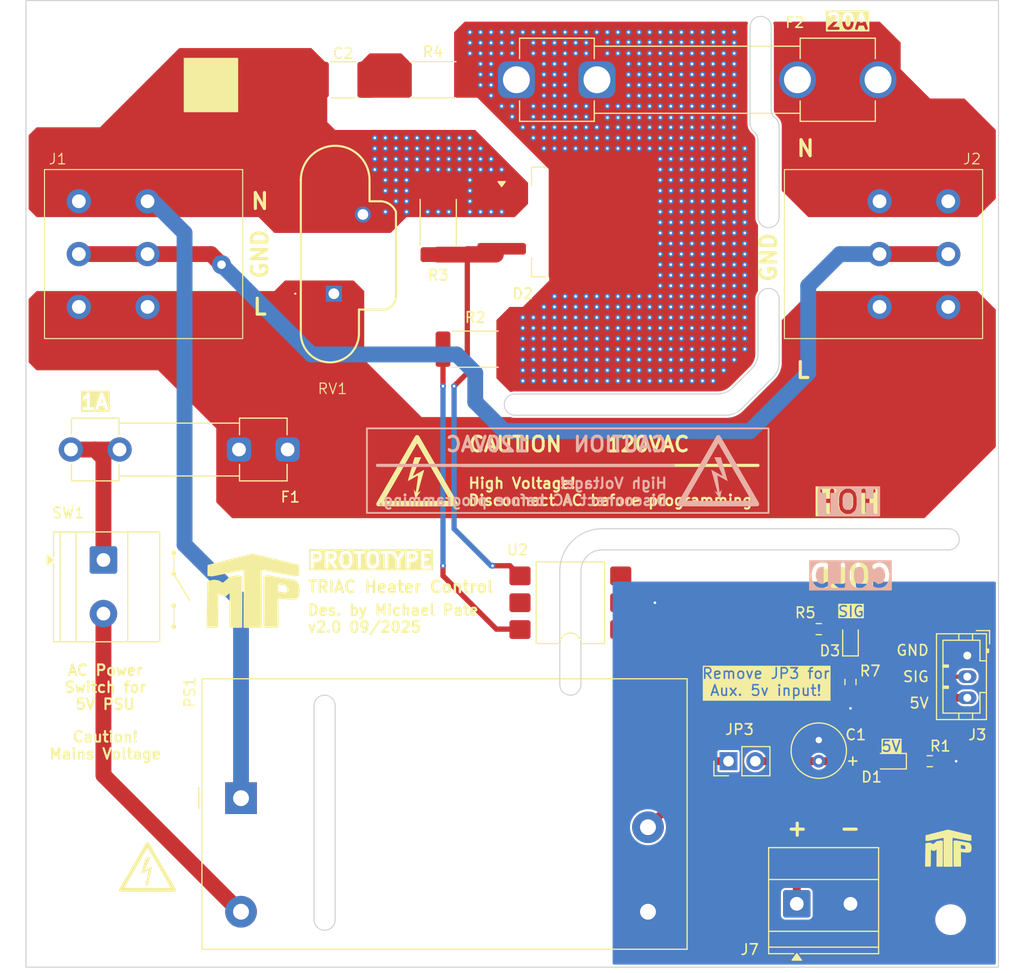
<source format=kicad_pcb>
(kicad_pcb (version 20241229) (generator "pcbnew") (generator_version "9.0")
  (title_block (title "${DOC_TYPE} Document") (date "2024-04-13") (rev "1.1") (company "${COMPANY}"))
  (layers (0 "F.Cu" signal "L1 (Sig, PWR)") (2 "B.Cu" signal "L6 (Sig, PWR)") (13 "F.Paste" user) (15 "B.Paste" user) (5 "F.SilkS" user "F.Silkscreen") (7 "B.SilkS" user "B.Silkscreen") (1 "F.Mask" user) (3 "B.Mask" user) (25 "Edge.Cuts" user))
  (property "BOARD_NAME" "Power Board")
  (property "COMPANY" "MTP Engineering")
  (property "DESIGNER" "Michael Pate")
  (property "DOC_TYPE" "Draft")
  (property "PROJECT_NAME" "Toaster-Flo")
  (property "RELEASE_DATE" "10-17-2025")
  (property "REVIEWER" "")
  (property "REVISION" "2.0")
  (property "VARIANT" "A")
  (net 0 "")
  (net 1 "GND")
  (net 2 "VDD")
  (net 3 "/Project Architecture/Heater Control/L1_F2_RC")
  (net 4 "LN")
  (net 5 "/Project Architecture/Power Supply/D1_K")
  (net 6 "/Project Architecture/Heater Control/LN_OPTO")
  (net 7 "/Project Architecture/Heater Control/L1_F2")
  (net 8 "/Project Architecture/Heater Control/D3_K")
  (net 9 "D_Heater")
  (net 10 "L1")
  (net 11 "/Project Architecture/Power Supply/L1_F1")
  (net 12 "/Project Architecture/Heater Control/L1_HEATER")
  (net 13 "GNDPWR")
  (net 14 "/Project Architecture/Power Supply/VDD_AC_DC")
  (net 15 "/Project Architecture/Power Supply/L1_F1_SW")
  (net 16 "/Project Architecture/Heater Control/L1_F2_OPTO")
  (net 17 "/Project Architecture/Heater Control/D_R5_OPTO")
  (footprint "LOGO" (layer "F.Cu") (at 150.5 78)
    (property "Reference" "G***" (hide yes))
    (property "Value" "LOGO" (hide yes))
  )
  (footprint "Converter_ACDC:Converter_ACDC_MeanWell_IRM-10-xx_THT" (layer "F.Cu") (at 133.8425 109)
    (property "Reference" "PS1")
    (property "Value" "IRM-10-5")
  )
  (footprint "Fuse:Fuseholder_Clip-5x20mm_Littelfuse_100_Inline_P20.50x4.60mm_D1.30mm_Horizontal" (layer "F.Cu") (at 138.25 76 180)
    (property "Reference" "F1")
    (property "Value" "1A")
  )
  (footprint "LOGO" (layer "F.Cu") (at 125 115.5)
    (property "Reference" "G***" (hide yes))
    (property "Value" "LOGO" (hide yes))
  )
  (footprint "Fuse:Fuseholder_Clip-6.3x32mm_Littelfuse_122_Inline_P34.21x7.62mm_D2.54mm_Horizontal" (layer "F.Cu") (at 159.895 41)
    (property "Reference" "F2")
    (property "Value" "20A")
  )
  (footprint "TerminalBlock_Phoenix:TerminalBlock_Phoenix_MKDS-1,5-2-5.08_1x02_P5.08mm_Horizontal" (layer "F.Cu") (at 120.8275 86.455 -90)
    (property "Reference" "SW1")
    (property "Value" "SW_SPST")
  )
  (footprint "LED_SMD:LED_0603_1608Metric_Pad1.05x0.95mm_HandSolder" (layer "F.Cu") (at 195.125 105.5 180)
    (property "Reference" "D1")
    (property "Value" "RED")
  )
  (footprint "Connector_PinHeader_2.54mm:PinHeader_1x02_P2.54mm_Vertical" (layer "F.Cu") (at 179.96 105.5 90)
    (property "Reference" "JP3")
    (property "Value" "Jumper_2_Open")
  )
  (footprint "Resistor_SMD:R_0603_1608Metric_Pad0.98x0.95mm_HandSolder" (layer "F.Cu") (at 199 105.5)
    (property "Reference" "R1")
    (property "Value" "330")
  )
  (footprint "LED_SMD:LED_0603_1608Metric_Pad1.05x0.95mm_HandSolder" (layer "F.Cu") (at 191.5 93.875 90)
    (property "Reference" "D3")
    (property "Value" "RED")
  )
  (footprint "Watermarks:MTP Logo 10mm Low Detail" (layer "F.Cu") (at 135.075 89.4)
    (property "Reference" "REF**" (hide yes))
    (property "Value" "MTP Logo 10mm Low Detail" (hide yes))
  )
  (footprint "MountingHole:MountingHole_2.5mm" (layer "F.Cu") (at 118 38)
    (property "Reference" "H1" (hide yes))
    (property "Value" "MountingHole_Pad")
  )
  (footprint "Package_TO_SOT_SMD:TO-263-2" (layer "F.Cu") (at 166.15 54.46)
    (property "Reference" "D2")
    (property "Value" "T2035T-8G-RT")
  )
  (footprint "Package_DIP:SMDIP-6_W9.53mm" (layer "F.Cu") (at 165 90.5 180)
    (property "Reference" "U2")
    (property "Value" "MOC3083S-TA1")
  )
  (footprint "TMOV20RP150E:TMOV20RP150E" (layer "F.Cu") (at 142.625 61.25 90)
    (property "Reference" "RV1")
    (property "Value" "TMOV20RP150E" (hide yes))
  )
  (footprint "MountingHole:MountingHole_2.5mm" (layer "F.Cu") (at 201 38)
    (property "Reference" "H2" (hide yes))
    (property "Value" "MountingHole_Pad")
  )
  (footprint "Resistor_SMD:R_0603_1608Metric_Pad0.98x0.95mm_HandSolder" (layer "F.Cu") (at 191.5 98 -90)
    (property "Reference" "R7")
    (property "Value" "330")
  )
  (footprint "PhoenixContact_SPTA:SPTA-THR 2.53-5.0 P26" (layer "F.Cu") (at 187.5 57.5 90)
    (property "Reference" "J2")
    (property "Value" "1366005")
  )
  (footprint "PhoenixContact_SPTA:SPTA-THR 2.53-5.0 P26" (layer "F.Cu") (at 131.75 57.5 -90)
    (property "Reference" "J1")
    (property "Value" "1366005")
  )
  (footprint "TerminalBlock_Phoenix:TerminalBlock_Phoenix_MKDS-1,5-2-5.08_1x02_P5.08mm_Horizontal" (layer "F.Cu") (at 186.42 119)
    (property "Reference" "J7")
    (property "Value" "Conn_01x02")
  )
  (footprint "Resistor_SMD:R_2512_6332Metric_Pad1.40x3.35mm_HandSolder" (layer "F.Cu") (at 152.5 54.5 -90)
    (property "Reference" "R3")
    (property "Value" "330")
  )
  (footprint "Resistor_SMD:R_2512_6332Metric_Pad1.40x3.35mm_HandSolder" (layer "F.Cu") (at 152 41)
    (property "Reference" "R4")
    (property "Value" "39")
  )
  (footprint "Resistor_SMD:R_2512_6332Metric_Pad1.40x3.35mm_HandSolder" (layer "F.Cu") (at 156 66.5)
    (property "Reference" "R2")
    (property "Value" "330")
  )
  (footprint "MountingHole:MountingHole_2.5mm" (layer "F.Cu") (at 200.975 120.5)
    (property "Reference" "H4" (hide yes))
    (property "Value" "MountingHole_Pad")
  )
  (footprint "MountingHole:MountingHole_2.5mm" (layer "F.Cu") (at 117.975 120.5)
    (property "Reference" "H3" (hide yes))
    (property "Value" "MountingHole_Pad")
  )
  (footprint "Resistor_SMD:R_0603_1608Metric_Pad0.98x0.95mm_HandSolder" (layer "F.Cu") (at 188.5 93 180)
    (property "Reference" "R5")
    (property "Value" "330")
  )
  (footprint "Capacitor_THT:C_Radial_D5.0mm_H5.0mm_P2.00mm" (layer "F.Cu") (at 188.5 105.5 90)
    (property "Reference" "C1")
    (property "Value" "100uF")
  )
  (footprint "Capacitor_SMD:C_1812_4532Metric_Pad1.57x3.40mm_HandSolder" (layer "F.Cu") (at 143.5 41 180)
    (property "Reference" "C2")
    (property "Value" "10nF 250V")
  )
  (footprint "Watermarks:MTP Logo 5mm Low Detail" (layer "F.Cu") (at 200.8 114.25)
    (property "Reference" "REF**" (hide yes))
    (property "Value" "MTP Logo 5mm Low Detail" (hide yes))
  )
  (footprint "Connector_JST:JST_PH_B3B-PH-K_1x03_P2.00mm_Vertical" (layer "F.Cu") (at 202.55 95.5 -90)
    (property "Reference" "J3")
    (property "Value" "Conn_01x03")
  )
  (footprint "LOGO" (layer "B.Cu") (at 179 78 180)
    (property "Reference" "G***" (hide yes))
    (property "Value" "LOGO" (hide yes))
  )
  (gr_line (start 127.475 85.775) (end 127.475 87.775) (stroke (width 0.15)) (layer "F.SilkS"))
  (gr_rect (start 128.5 39) (end 133.5 44) (stroke (width 0.15)) (fill yes) (layer "F.SilkS"))
  (gr_circle (center 127.475 90.775) (end 127.625 90.775) (stroke (width 0.15)) (fill yes) (layer "F.SilkS"))
  (gr_circle (center 127.475 87.775) (end 127.625 87.775) (stroke (width 0.15)) (fill yes) (layer "F.SilkS"))
  (gr_rect (start 145.75 74) (end 183.75 82) (stroke (width 0.15)) (fill no) (layer "F.SilkS"))
  (gr_circle (center 127.475 85.775) (end 127.625 85.775) (stroke (width 0.15)) (fill yes) (layer "F.SilkS"))
  (gr_circle (center 127.475 92.775) (end 127.625 92.775) (stroke (width 0.15)) (fill yes) (layer "F.SilkS"))
  (gr_line (start 127.475 90.775) (end 127.475 92.775) (stroke (width 0.15)) (layer "F.SilkS"))
  (gr_line (start 127.475 87.775) (end 128.975 90.275) (stroke (width 0.15)) (layer "F.SilkS"))
  (gr_line (start 154.75 77.5) (end 182.75 77.5) (stroke (width 0.3)) (layer "F.SilkS"))
  (gr_rect (start 145.75 74) (end 183.75 82) (stroke (width 0.15)) (fill no) (layer "B.SilkS"))
  (gr_line (start 174.75 77.5) (end 146.75 77.5) (stroke (width 0.3)) (layer "B.SilkS"))
  (gr_arc (start 140.75 100.25) (mid 141.75 99.25) (end 142.75 100.25) (stroke (width 0.1)) (layer "Edge.Cuts"))
  (gr_arc (start 166 98.25) (mid 165 99.25) (end 164 98.25) (stroke (width 0.1)) (layer "Edge.Cuts"))
  (gr_line (start 182 36) (end 182 45.128679) (stroke (width 0.1)) (layer "Edge.Cuts"))
  (gr_line (start 182.164213 68.335787) (end 181.75 68.75) (stroke (width 0.1)) (layer "Edge.Cuts"))
  (gr_line (start 168 85.5) (end 200.792893 85.499992) (stroke (width 0.1)) (layer "Edge.Cuts"))
  (gr_line (start 184 43.835786) (end 184 36) (stroke (width 0.1)) (layer "Edge.Cuts"))
  (gr_arc (start 201.792893 84.5) (mid 201.5 85.207107) (end 200.792893 85.5) (stroke (width 0.1)) (layer "Edge.Cuts"))
  (gr_arc (start 181.164214 72.164214) (mid 180.515367 72.59776) (end 179.75 72.75) (stroke (width 0.1)) (layer "Edge.Cuts"))
  (gr_line (start 164 87.5) (end 164 98.25) (stroke (width 0.1)) (layer "Edge.Cuts"))
  (gr_line (start 184.75 54) (end 184.75 45.414214) (stroke (width 0.1)) (layer "Edge.Cuts"))
  (gr_line (start 200.792893 83.5) (end 168 83.5) (stroke (width 0.1)) (layer "Edge.Cuts"))
  (gr_arc (start 184.75 67.75) (mid 184.597759 68.515367) (end 184.164214 69.164214) (stroke (width 0.1)) (layer "Edge.Cuts"))
  (gr_line (start 142.75 100.25) (end 142.75 120.5) (stroke (width 0.1)) (layer "Edge.Cuts"))
  (gr_arc (start 164 87.5) (mid 165.171573 84.671573) (end 168 83.5) (stroke (width 0.1)) (layer "Edge.Cuts"))
  (gr_arc (start 182.457107 46) (mid 182.673875 46.324424) (end 182.75 46.707107) (stroke (width 0.1)) (layer "Edge.Cuts"))
  (gr_rect (start 113.5 33.5) (end 205.5 125) (stroke (width 0.1)) (fill no) (layer "Edge.Cuts"))
  (gr_line (start 182.75 61.75) (end 182.75 66.921573) (stroke (width 0.1)) (layer "Edge.Cuts"))
  (gr_arc (start 159.75 72.75) (mid 158.75 71.75) (end 159.75 70.75) (stroke (width 0.1)) (layer "Edge.Cuts"))
  (gr_arc (start 184.457107 44.707107) (mid 184.673875 45.031531) (end 184.75 45.414214) (stroke (width 0.1)) (layer "Edge.Cuts"))
  (gr_arc (start 182.292893 45.835786) (mid 182.076125 45.511362) (end 182 45.128679) (stroke (width 0.1)) (layer "Edge.Cuts"))
  (gr_line (start 179.75 72.75) (end 159.75 72.75) (stroke (width 0.1)) (layer "Edge.Cuts"))
  (gr_arc (start 182 36) (mid 183 35) (end 184 36) (stroke (width 0.1)) (layer "Edge.Cuts"))
  (gr_line (start 140.75 100.25) (end 140.75 120.5) (stroke (width 0.1)) (layer "Edge.Cuts"))
  (gr_arc (start 180.335786 70.164214) (mid 179.686938 70.59775) (end 178.921573 70.75) (stroke (width 0.1)) (layer "Edge.Cuts"))
  (gr_line (start 182.457107 46) (end 182.292893 45.835786) (stroke (width 0.1)) (layer "Edge.Cuts"))
  (gr_line (start 159.75 70.75) (end 178.921573 70.75) (stroke (width 0.1)) (layer "Edge.Cuts"))
  (gr_line (start 181.75 68.75) (end 180.335786 70.164214) (stroke (width 0.1)) (layer "Edge.Cuts"))
  (gr_arc (start 166 87.5) (mid 166.585786 86.085786) (end 168 85.5) (stroke (width 0.1)) (layer "Edge.Cuts"))
  (gr_line (start 184.164214 69.164213) (end 181.164214 72.164214) (stroke (width 0.1)) (layer "Edge.Cuts"))
  (gr_arc (start 200.792893 83.5) (mid 201.5 83.792893) (end 201.792893 84.5) (stroke (width 0.1)) (layer "Edge.Cuts"))
  (gr_arc (start 182.75 66.921573) (mid 182.597759 67.68694) (end 182.164213 68.335787) (stroke (width 0.1)) (layer "Edge.Cuts"))
  (gr_line (start 166 98.25) (end 166 87.5) (stroke (width 0.1)) (layer "Edge.Cuts"))
  (gr_arc (start 184.75 54) (mid 183.75 55) (end 182.75 54) (stroke (width 0.1)) (layer "Edge.Cuts"))
  (gr_line (start 182.75 54) (end 182.749994 46.707107) (stroke (width 0.1)) (layer "Edge.Cuts"))
  (gr_line (start 184.457107 44.707107) (end 184.292893 44.542893) (stroke (width 0.1)) (layer "Edge.Cuts"))
  (gr_line (start 184.75 67.75) (end 184.75 61.75) (stroke (width 0.1)) (layer "Edge.Cuts"))
  (gr_arc (start 184.292893 44.542893) (mid 184.07612 44.21847) (end 184 43.835786) (stroke (width 0.1)) (layer "Edge.Cuts"))
  (gr_arc (start 142.75 120.5) (mid 141.75 121.5) (end 140.75 120.5) (stroke (width 0.1)) (layer "Edge.Cuts"))
  (gr_arc (start 182.75 61.75) (mid 183.75 60.75) (end 184.75 61.75) (stroke (width 0.1)) (layer "Edge.Cuts"))
  (gr_line (start 184.75 67.75) (end 184.75 67.75) (stroke (width 0.1)) (layer "Edge.Cuts"))
  (gr_text "GND" (at 199 95 0) (layer "F.SilkS") (effects (font (size 1 1)) (justify right)))
  (gr_text "SIG" (at 192.86631 91.329849 0) (layer "F.SilkS" knockout) (effects (font (size 1 1)) (justify right)))
  (gr_text "HOT" (at 191 81 -0) (layer "F.SilkS" knockout) (effects (font (size 2 2) (thickness 0.4) (bold yes))))
  (gr_text "L" (at 135.627481 62.499999 0) (layer "F.SilkS") (effects (font (size 1.5 1.5) (thickness 0.3) (bold yes))))
  (gr_text "5V" (at 199 100 0) (layer "F.SilkS") (effects (font (size 1 1)) (justify right)))
  (gr_text "GND" (at 135.627481 57.499999 90) (layer "F.SilkS") (effects (font (size 1.5 1.5) (thickness 0.3) (bold yes))))
  (gr_text "Remove JP3 for\nAux. 5v input!" (at 183.5 98 0) (layer "F.SilkS" knockout) (effects (font (size 1 1))))
  (gr_text "L" (at 187 68.5 0) (layer "F.SilkS") (effects (font (size 1.5 1.5) (thickness 0.3) (bold yes))))
  (gr_text "N" (at 135.627481 52.499999 0) (layer "F.SilkS") (effects (font (size 1.5 1.5) (thickness 0.3) (bold yes))))
  (gr_text "Caution!\nMains Voltage" (at 121 104 0) (layer "F.SilkS") (effects (font (size 1 1) (thickness 0.2) (bold yes))))
  (gr_text "PROTOTYPE" (at 140.05 86.5 0) (layer "F.SilkS" knockout) (effects (font (size 1.4 1.4) (thickness 0.28) (bold yes)) (justify left)))
  (gr_text "N" (at 187.25 47.5 0) (layer "F.SilkS") (effects (font (size 1.5 1.5) (thickness 0.3) (bold yes))))
  (gr_text "20A" (at 191.2 35.5 0) (layer "F.SilkS" knockout) (effects (font (size 1.4 1.4) (thickness 0.28) (bold yes))))
  (gr_text "-" (at 191.465 111.8275 0) (layer "F.SilkS") (effects (font (size 1.5 1.5) (thickness 0.3) (bold yes))))
  (gr_text "TRIAC Heater Control" (at 140.05 89 0) (layer "F.SilkS") (effects (font (size 1.1 1.1) (thickness 0.22) (bold yes)) (justify left)))
  (gr_text "CAUTION    120VAC" (at 155.25 75.5 0) (layer "F.SilkS") (effects (font (size 1.4 1.4) (thickness 0.28) (bold yes)) (justify left)))
  (gr_text "Des. by Michael Pate\nv2.0 09/2025" (at 140.05 92 0) (layer "F.SilkS") (effects (font (size 1 1) (thickness 0.2) (bold yes)) (justify left)))
  (gr_text "1A" (at 120 71.5 0) (layer "F.SilkS" knockout) (effects (font (size 1.4 1.4) (thickness 0.28) (bold yes))))
  (gr_text "AC Power\nSwitch for\n5V PSU" (at 121 98.5 0) (layer "F.SilkS") (effects (font (size 1 1) (thickness 0.2) (bold yes))))
  (gr_text "+" (at 186.465 111.8275 0) (layer "F.SilkS") (effects (font (size 1.5 1.5) (thickness 0.3) (bold yes))))
  (gr_text "COLD" (at 191.5 88 0) (layer "F.SilkS" knockout) (effects (font (size 2 2) (thickness 0.4) (bold yes))))
  (gr_text "GND" (at 183.75 57.809683 90) (layer "F.SilkS") (effects (font (size 1.5 1.5) (thickness 0.3) (bold yes))))
  (gr_text "SIG" (at 199 97.5 0) (layer "F.SilkS") (effects (font (size 1 1)) (justify right)))
  (gr_text "+" (at 191 106 0) (layer "F.SilkS") (effects (font (size 1 1)) (justify left bottom)))
  (gr_text "5V" (at 196.342443 104.0983 0) (layer "F.SilkS" knockout) (effects (font (size 1 1)) (justify right)))
  (gr_text "High Voltage!\nDisconnect AC before programming." (at 155.25 80 0) (layer "F.SilkS") (effects (font (size 1 1) (thickness 0.2) (bold yes)) (justify left)))
  (gr_text "CAUTION    120VAC" (at 174.25 75.5 -0) (layer "B.SilkS") (effects (font (size 1.4 1.4) (thickness 0.28) (bold yes)) (justify left mirror)))
  (gr_text "High Voltage!\nDisconnect AC before programming." (at 174.25 80 -0) (layer "B.SilkS") (effects (font (size 1 1) (thickness 0.2) (bold yes)) (justify left mirror)))
  (gr_text "HOT" (at 191.5 81 0) (layer "B.SilkS" knockout) (effects (font (size 2 2) (thickness 0.4) (bold yes)) (justify mirror)))
  (gr_text "COLD" (at 191.5 88 0) (layer "B.SilkS" knockout) (effects (font (size 2 2) (thickness 0.4) (bold yes)) (justify mirror)))
  (segment (start 199.9125 105.5) (end 201.5 105.5) (width 0.4) (layer "F.Cu") (net 1))
  (segment (start 169.765 90.5) (end 173 90.5) (width 0.4) (layer "F.Cu") (net 1))
  (segment (start 191.5 98.9125) (end 191.5 100.5) (width 0.4) (layer "F.Cu") (net 1))
  (via (at 201.5 105.5) (size 0.55) (drill 0.25) (layers "F.Cu" "B.Cu") (net 1))
  (via (at 191.5 100.5) (size 0.55) (drill 0.25) (layers "F.Cu" "B.Cu") (net 1))
  (via (at 173 90.5) (size 0.55) (drill 0.25) (layers "F.Cu" "B.Cu") (net 1))
  (segment (start 186.42 105.58) (end 186.5 105.5) (width 0.75) (layer "F.Cu") (net 2))
  (segment (start 194.25 102.25) (end 194.25 105.5) (width 0.75) (layer "F.Cu") (net 2))
  (segment (start 197 99.5) (end 194.25 102.25) (width 0.75) (layer "F.Cu") (net 2))
  (segment (start 202.46 99.5) (end 197 99.5) (width 0.75) (layer "F.Cu") (net 2))
  (segment (start 194.25 105.5) (end 188.5 105.5) (width 0.75) (layer "F.Cu") (net 2))
  (segment (start 186.42 119) (end 186.42 105.58) (width 0.75) (layer "F.Cu") (net 2))
  (segment (start 186.5 105.5) (end 188.5 105.5) (width 0.75) (layer "F.Cu") (net 2))
  (segment (start 182.5 105.5) (end 186.5 105.5) (width 0.75) (layer "F.Cu") (net 2))
  (via (at 156.5 49.5) (size 0.55) (drill 0.25) (layers "F.Cu" "B.Cu") (net 4))
  (via (at 155.5 52.5) (size 0.55) (drill 0.25) (layers "F.Cu" "B.Cu") (net 4))
  (via (at 157.5 48.5) (size 0.55) (drill 0.25) (layers "F.Cu" "B.Cu") (net 4))
  (via (at 154.5 46.5) (size 0.55) (drill 0.25) (layers "F.Cu" "B.Cu") (net 4))
  (via (at 151.5 53.5) (size 0.55) (drill 0.25) (layers "F.Cu" "B.Cu") (net 4))
  (via (at 154.5 48.5) (size 0.55) (drill 0.25) (layers "F.Cu" "B.Cu") (net 4))
  (via (at 149.5 46.5) (size 0.55) (drill 0.25) (layers "F.Cu" "B.Cu") (net 4))
  (via (at 149.5 48.5) (size 0.55) (drill 0.25) (layers "F.Cu" "B.Cu") (net 4))
  (via (at 146.5 47.5) (size 0.55) (drill 0.25) (layers "F.Cu" "B.Cu") (net 4))
  (via (at 151.5 49.5) (size 0.55) (drill 0.25) (layers "F.Cu" "B.Cu") (net 4))
  (via (at 155.5 51.5) (size 0.55) (drill 0.25) (layers "F.Cu" "B.Cu") (net 4))
  (via (at 155.5 53.5) (size 0.55) (drill 0.25) (layers "F.Cu" "B.Cu") (net 4))
  (via (at 147.5 53.5) (size 0.55) (drill 0.25) (layers "F.Cu" "B.Cu") (net 4))
  (via (at 147.5 50.5) (size 0.55) (drill 0.25) (layers "F.Cu" "B.Cu") (net 4))
  (via (at 155.5 49.5) (size 0.55) (drill 0.25) (layers "F.Cu" "B.Cu") (net 4))
  (via (at 147.5 51.5) (size 0.55) (drill 0.25) (layers "F.Cu" "B.Cu") (net 4))
  (via (at 149.5 49.5) (size 0.55) (drill 0.25) (layers "F.Cu" "B.Cu") (net 4))
  (via (at 149.5 52.5) (size 0.55) (drill 0.25) (layers "F.Cu" "B.Cu") (net 4))
  (via (at 156.5 47.5) (size 0.55) (drill 0.25) (layers "F.Cu" "B.Cu") (net 4))
  (via (at 153.5 48.5) (size 0.55) (drill 0.25) (layers "F.Cu" "B.Cu") (net 4))
  (via (at 151.5 47.5) (size 0.55) (drill 0.25) (layers "F.Cu" "B.Cu") (net 4))
  (via (at 149.5 47.5) (size 0.55) (drill 0.25) (layers "F.Cu" "B.Cu") (net 4))
  (via (at 152.5 48.5) (size 0.55) (drill 0.25) (layers "F.Cu" "B.Cu") (net 4))
  (via (at 153.5 47.5) (size 0.55) (drill 0.25) (layers "F.Cu" "B.Cu") (net 4))
  (via (at 148.5 46.5) (size 0.55) (drill 0.25) (layers "F.Cu" "B.Cu") (net 4))
  (via (at 148.5 49.5) (size 0.55) (drill 0.25) (layers "F.Cu" "B.Cu") (net 4))
  (via (at 152.5 53.5) (size 0.55) (drill 0.25) (layers "F.Cu" "B.Cu") (net 4))
  (via (at 158.5 53.5) (size 0.55) (drill 0.25) (layers "F.Cu" "B.Cu") (net 4))
  (via (at 146.5 46.5) (size 0.55) (drill 0.25) (layers "F.Cu" "B.Cu") (net 4))
  (via (at 153.5 46.5) (size 0.55) (drill 0.25) (layers "F.Cu" "B.Cu") (net 4))
  (via (at 150.5 48.5) (size 0.55) (drill 0.25) (layers "F.Cu" "B.Cu") (net 4))
  (via (at 154.5 47.5) (size 0.55) (drill 0.25) (layers "F.Cu" "B.Cu") (net 4))
  (via (at 155.5 50.5) (size 0.55) (drill 0.25) (layers "F.Cu" "B.Cu") (net 4))
  (via (at 153.5 53.5) (size 0.55) (drill 0.25) (layers "F.Cu" "B.Cu") (net 4))
  (via (at 148.5 48.5) (size 0.55) (drill 0.25) (layers "F.Cu" "B.Cu") (net 4))
  (via (at 156.5 53.5) (size 0.55) (drill 0.25) (layers "F.Cu" "B.Cu") (net 4))
  (via (at 156.5 48.5) (size 0.55) (drill 0.25) (layers "F.Cu" "B.Cu") (net 4))
  (via (at 146.5 49.5) (size 0.55) (drill 0.25) (layers "F.Cu" "B.Cu") (net 4))
  (via (at 150.5 47.5) (size 0.55) (drill 0.25) (layers "F.Cu" "B.Cu") (net 4))
  (via (at 151.5 48.5) (size 0.55) (drill 0.25) (layers "F.Cu" "B.Cu") (net 4))
  (via (at 148.5 50.5) (size 0.55) (drill 0.25) (layers "F.Cu" "B.Cu") (net 4))
  (via (at 155.5 46.5) (size 0.55) (drill 0.25) (layers "F.Cu" "B.Cu") (net 4))
  (via (at 147.5 46.5) (size 0.55) (drill 0.25) (layers "F.Cu" "B.Cu") (net 4))
  (via (at 149.5 51.5) (size 0.55) (drill 0.25) (layers "F.Cu" "B.Cu") (net 4))
  (via (at 148.5 47.5) (size 0.55) (drill 0.25) (layers "F.Cu" "B.Cu") (net 4))
  (via (at 158.5 49.5) (size 0.55) (drill 0.25) (layers "F.Cu" "B.Cu") (net 4))
  (via (at 157.5 53.5) (size 0.55) (drill 0.25) (layers "F.Cu" "B.Cu") (net 4))
  (via (at 155.5 47.5) (size 0.55) (drill 0.25) (layers "F.Cu" "B.Cu") (net 4))
  (via (at 147.5 47.5) (size 0.55) (drill 0.25) (layers "F.Cu" "B.Cu") (net 4))
  (via (at 147.5 48.5) (size 0.55) (drill 0.25) (layers "F.Cu" "B.Cu") (net 4))
  (via (at 148.5 51.5) (size 0.55) (drill 0.25) (layers "F.Cu" "B.Cu") (net 4))
  (via (at 149.5 53.5) (size 0.55) (drill 0.25) (layers "F.Cu" "B.Cu") (net 4))
  (via (at 150.5 49.5) (size 0.55) (drill 0.25) (layers "F.Cu" "B.Cu") (net 4))
  (via (at 148.5 52.5) (size 0.55) (drill 0.25) (layers "F.Cu" "B.Cu") (net 4))
  (via (at 154.5 49.5) (size 0.55) (drill 0.25) (layers "F.Cu" "B.Cu") (net 4))
  (via (at 152.5 47.5) (size 0.55) (drill 0.25) (layers "F.Cu" "B.Cu") (net 4))
  (via (at 157.5 49.5) (size 0.55) (drill 0.25) (layers "F.Cu" "B.Cu") (net 4))
  (via (at 151.5 46.5) (size 0.55) (drill 0.25) (layers "F.Cu" "B.Cu") (net 4))
  (via (at 152.5 49.5) (size 0.55) (drill 0.25) (layers "F.Cu" "B.Cu") (net 4))
  (via (at 149.5 50.5) (size 0.55) (drill 0.25) (layers "F.Cu" "B.Cu") (net 4))
  (via (at 153.5 49.5) (size 0.55) (drill 0.25) (layers "F.Cu" "B.Cu") (net 4))
  (via (at 150.5 46.5) (size 0.55) (drill 0.25) (layers "F.Cu" "B.Cu") (net 4))
  (via (at 146.5 48.5) (size 0.55) (drill 0.25) (layers "F.Cu" "B.Cu") (net 4))
  (via (at 152.5 46.5) (size 0.55) (drill 0.25) (layers "F.Cu" "B.Cu") (net 4))
  (via (at 147.5 49.5) (size 0.55) (drill 0.25) (layers "F.Cu" "B.Cu") (net 4))
  (via (at 155.5 48.5) (size 0.55) (drill 0.25) (layers "F.Cu" "B.Cu") (net 4))
  (segment (start 128.5 55.5) (end 128.5 85) (width 1.5) (layer "B.Cu") (net 4))
  (segment (start 128.5 85) (end 133.8425 90.3425) (width 1.5) (layer "B.Cu") (net 4))
  (segment (start 133.8425 90.3425) (end 133.8425 109) (width 1.5) (layer "B.Cu") (net 4))
  (segment (start 125.5 52.5) (end 128.5 55.5) (width 1.5) (layer "B.Cu") (net 4))
  (segment (start 125 52.5) (end 125.5 52.5) (width 1.5) (layer "B.Cu") (net 4))
  (segment (start 198.0875 105.5) (end 196 105.5) (width 0.4) (layer "F.Cu") (net 5))
  (segment (start 157.63716 87) (end 159.275 87) (width 0.5) (layer "F.Cu") (net 6))
  (segment (start 154 70) (end 155.25 68.75) (width 0.5) (layer "F.Cu") (net 6))
  (segment (start 159.275 87) (end 160.235 87.96) (width 0.5) (layer "F.Cu") (net 6))
  (segment (start 155.25 68.75) (end 155.25 57) (width 0.5) (layer "F.Cu") (net 6))
  (segment (start 152.5 57.55) (end 157.95 57.55) (width 1.5) (layer "F.Cu") (net 6))
  (segment (start 155.25 57) (end 158.5 57) (width 0.5) (layer "F.Cu") (net 6))
  (via (at 154 70) (size 0.55) (drill 0.25) (layers "F.Cu" "B.Cu") (net 6))
  (via (at 157.63716 87) (size 0.55) (drill 0.25) (layers "F.Cu" "B.Cu") (net 6))
  (segment (start 154 83.5) (end 157.5 87) (width 0.5) (layer "B.Cu") (net 6))
  (segment (start 157.5 87) (end 157.63716 87) (width 0.5) (layer "B.Cu") (net 6))
  (segment (start 154 70) (end 154 83.5) (width 0.5) (layer "B.Cu") (net 6))
  (via (at 160.5 67.5) (size 0.55) (drill 0.25) (layers "F.Cu" "B.Cu") (net 7))
  (via (at 176.5 38.5) (size 0.55) (drill 0.25) (layers "F.Cu" "B.Cu") (net 7))
  (via (at 168.5 69.5) (size 0.55) (drill 0.25) (layers "F.Cu" "B.Cu") (net 7))
  (via (at 181.5 49.5) (size 0.55) (drill 0.25) (layers "F.Cu" "B.Cu") (net 7))
  (via (at 175.5 36.5) (size 0.55) (drill 0.25) (layers "F.Cu" "B.Cu") (net 7))
  (via (at 165.5 63.5) (size 0.55) (drill 0.25) (layers "F.Cu" "B.Cu") (net 7))
  (via (at 171.5 69.5) (size 0.55) (drill 0.25) (layers "F.Cu" "B.Cu") (net 7))
  (via (at 178.5 60.5) (size 0.55) (drill 0.25) (layers "F.Cu" "B.Cu") (net 7))
  (via (at 180.5 58.5) (size 0.55) (drill 0.25) (layers "F.Cu" "B.Cu") (net 7))
  (via (at 179.5 65.5) (size 0.55) (drill 0.25) (layers "F.Cu" "B.Cu") (net 7))
  (via (at 177.5 53.5) (size 0.55) (drill 0.25) (layers "F.Cu" "B.Cu") (net 7))
  (via (at 167.5 62.5) (size 0.55) (drill 0.25) (layers "F.Cu" "B.Cu") (net 7))
  (via (at 161.5 68.5) (size 0.55) (drill 0.25) (layers "F.Cu" "B.Cu") (net 7))
  (via (at 165.5 37.5) (size 0.55) (drill 0.25) (layers "F.Cu" "B.Cu") (net 7))
  (via (at 171.5 62.5) (size 0.55) (drill 0.25) (layers "F.Cu" "B.Cu") (net 7))
  (via (at 162.5 39.5) (size 0.55) (drill 0.25) (layers "F.Cu" "B.Cu") (net 7))
  (via (at 169.5 69.5) (size 0.55) (drill 0.25) (layers "F.Cu" "B.Cu") (net 7))
  (via (at 166.5 38.5) (size 0.55) (drill 0.25) (layers "F.Cu" "B.Cu") (net 7))
  (via (at 181.5 51.5) (size 0.55) (drill 0.25) (layers "F.Cu" "B.Cu") (net 7))
  (via (at 176.5 53.5) (size 0.55) (drill 0.25) (layers "F.Cu" "B.Cu") (net 7))
  (via (at 171.5 65.5) (size 0.55) (drill 0.25) (layers "F.Cu" "B.Cu") (net 7))
  (via (at 170.5 63.5) (size 0.55) (drill 0.25) (layers "F.Cu" "B.Cu") (net 7))
  (via (at 175.5 43.5) (size 0.55) (drill 0.25) (layers "F.Cu" "B.Cu") (net 7))
  (via (at 174.5 51.5) (size 0.55) (drill 0.25) (layers "F.Cu" "B.Cu") (net 7))
  (via (at 178.5 63.5) (size 0.55) (drill 0.25) (layers "F.Cu" "B.Cu") (net 7))
  (via (at 181.5 59.5) (size 0.55) (drill 0.25) (layers "F.Cu" "B.Cu") (net 7))
  (via (at 178.5 58.5) (size 0.55) (drill 0.25) (layers "F.Cu" "B.Cu") (net 7))
  (via (at 165.5 44.5) (size 0.55) (drill 0.25) (layers "F.Cu" "B.Cu") (net 7))
  (via (at 179.5 47.5) (size 0.55) (drill 0.25) (layers "F.Cu" "B.Cu") (net 7))
  (via (at 169.5 38.5) (size 0.55) (drill 0.25) (layers "F.Cu" "B.Cu") (net 7))
  (via (at 165.5 67.5) (size 0.55) (drill 0.25) (layers "F.Cu" "B.Cu") (net 7))
  (via (at 173.5 43.5) (size 0.55) (drill 0.25) (layers "F.Cu" "B.Cu") (net 7))
  (via (at 175.5 69.5) (size 0.55) (drill 0.25) (layers "F.Cu" "B.Cu") (net 7))
  (via (at 164.5 63.5) (size 0.55) (drill 0.25) (layers "F.Cu" "B.Cu") (net 7))
  (via (at 164.5 65.5) (size 0.55) (drill 0.25) (layers "F.Cu" "B.Cu") (net 7))
  (via (at 172.5 66.5) (size 0.55) (drill 0.25) (layers "F.Cu" "B.Cu") (net 7))
  (via (at 167.5 68.5) (size 0.55) (drill 0.25) (layers "F.Cu" "B.Cu") (net 7))
  (via (at 176.5 52.5) (size 0.55) (drill 0.25) (layers "F.Cu" "B.Cu") (net 7))
  (via (at 176.5 41.5) (size 0.55) (drill 0.25) (layers "F.Cu" "B.Cu") (net 7))
  (via (at 175.5 65.5) (size 0.55) (drill 0.25) (layers "F.Cu" "B.Cu") (net 7))
  (via (at 170.5 46.5) (size 0.55) (drill 0.25) (layers "F.Cu" "B.Cu") (net 7))
  (via (at 170.5 68.5) (size 0.55) (drill 0.25) (layers "F.Cu" "B.Cu") (net 7))
  (via (at 164.5 37.5) (size 0.55) (drill 0.25) (layers "F.Cu" "B.Cu") (net 7))
  (via (at 177.5 51.5) (size 0.55) (drill 0.25) (layers "F.Cu" "B.Cu") (net 7))
  (via (at 175.5 68.5) (size 0.55) (drill 0.25) (layers "F.Cu" "B.Cu") (net 7))
  (via (at 180.5 65.5) (size 0.55) (drill 0.25) (layers "F.Cu" "B.Cu") (net 7))
  (via (at 179.5 61.5) (size 0.55) (drill 0.25) (layers "F.Cu" "B.Cu") (net 7))
  (via (at 168.5 47.5) (size 0.55) (drill 0.25) (layers "F.Cu" "B.Cu") (net 7))
  (via (at 178.5 46.5) (size 0.55) (drill 0.25) (layers "F.Cu" "B.Cu") (net 7))
  (via (at 163.5 43.5) (size 0.55) (drill 0.25) (layers "F.Cu" "B.Cu") (net 7))
  (via (at 155.5 38.5) (size 0.55) (drill 0.25) (layers "F.Cu" "B.Cu") (net 7))
  (via (at 175.5 66.5) (size 0.55) (drill 0.25) (layers "F.Cu" "B.Cu") (net 7))
  (via (at 158.5 38.5) (size 0.55) (drill 0.25) (layers "F.Cu" "B.Cu") (net 7))
  (via (at 180.508993 44.581307) (size 0.55) (drill 0.25) (layers "F.Cu" "B.Cu") (net 7))
  (via (at 176.5 36.5) (size 0.55) (drill 0.25) (layers "F.Cu" "B.Cu") (net 7))
  (via (at 174.5 55.5) (size 0.55) (drill 0.25) (layers "F.Cu" "B.Cu") (net 7))
  (via (at 175.5 54.5) (size 0.55) (drill 0.25) (layers "F.Cu" "B.Cu") (net 7))
  (via (at 172.5 36.5) (size 0.55) (drill 0.25) (layers "F.Cu" "B.Cu") (net 7))
  (via (at 166.5 69.5) (size 0.55) (drill 0.25) (layers "F.Cu" "B.Cu") (net 7))
  (via (at 173.5 54.5) (size 0.55) (drill 0.25) (layers "F.Cu" "B.Cu") (net 7))
  (via (at 181.5 56.5) (size 0.55) (drill 0.25) (layers "F.Cu" "B.Cu") (net 7))
  (via (at 177.5 55.5) (size 0.55) (drill 0.25) (layers "F.Cu" "B.Cu") (net 7))
  (via (at 163.5 64.5) (size 0.55) (drill 0.25) (layers "F.Cu" "B.Cu") (net 7))
  (via (at 177.5 36.5) (size 0.55) (drill 0.25) (layers "F.Cu" "B.Cu") (net 7))
  (via (at 166.5 47.5) (size 0.55) (drill 0.25) (layers "F.Cu" "B.Cu") (net 7))
  (via (at 174.5 36.5) (size 0.55) (drill 0.25) (layers "F.Cu" "B.Cu") (net 7))
  (via (at 160.5 63.5) (size 0.55) (drill 0.25) (layers "F.Cu" "B.Cu") (net 7))
  (via (at 179.5 54.5) (size 0.55) (drill 0.25) (layers "F.Cu" "B.Cu") (net 7))
  (via (at 160.5 68.5) (size 0.55) (drill 0.25) (layers "F.Cu" "B.Cu") (net 7))
  (via (at 179.5 41.5) (size 0.55) (drill 0.25) (layers "F.Cu" "B.Cu") (net 7))
  (via (at 178.5 66.5) (size 0.55) (drill 0.25) (layers "F.Cu" "B.Cu") (net 7))
  (via (at 173.5 50.5) (size 0.55) (drill 0.25) (layers "F.Cu" "B.Cu") (net 7))
  (via (at 175.5 51.5) (size 0.55) (drill 0.25) (layers "F.Cu" "B.Cu") (net 7))
  (via (at 162.5 44.5) (size 0.55) (drill 0.25) (layers "F.Cu" "B.Cu") (net 7))
  (via (at 170.5 36.5) (size 0.55) (drill 0.25) (layers "F.Cu" "B.Cu") (net 7))
  (via (at 173.5 66.5) (size 0.55) (drill 0.25) (layers "F.Cu" "B.Cu") (net 7))
  (via (at 164.5 61.5) (size 0.55) (drill 0.25) (layers "F.Cu" "B.Cu") (net 7))
  (via (at 180.5 59.5) (size 0.55) (drill 0.25) (layers "F.Cu" "B.Cu") (net 7))
  (via (at 174.5 60.5) (size 0.55) (drill 0.25) (layers "F.Cu" "B.Cu") (net 7))
  (via (at 180.5 49.5) (size 0.55) (drill 0.25) (layers "F.Cu" "B.Cu") (net 7))
  (via (at 166.5 44.5) (size 0.55) (drill 0.25) (layers "F.Cu" "B.Cu") (net 7))
  (via (at 179.5 39.5) (size 0.55) (drill 0.25) (layers "F.Cu" "B.Cu") (net 7))
  (via (at 165.5 66.5) (size 0.55) (drill 0.25) (layers "F.Cu" "B.Cu") (net 7))
  (via (at 175.5 64.5) (size 0.55) (drill 0.25) (layers "F.Cu" "B.Cu") (net 7))
  (via (at 162.5 47.5) (size 0.55) (drill 0.25) (layers "F.Cu" "B.Cu") (net 7))
  (via (at 171.5 67.5) (size 0.55) (drill 0.25) (layers "F.Cu" "B.Cu") (net 7))
  (via (at 175.5 55.5) (size 0.55) (drill 0.25) (layers "F.Cu" "B.Cu") (net 7))
  (via (at 179.5 38.5) (size 0.55) (drill 0.25) (layers "F.Cu" "B.Cu") (net 7))
  (via (at 164.5 39.5) (size 0.55) (drill 0.25) (layers "F.Cu" "B.Cu") (net 7))
  (via (at 180.5 57.5) (size 0.55) (drill 0.25) (layers "F.Cu" "B.Cu") (net 7))
  (via (at 177.5 50.5) (size 0.55) (drill 0.25) (layers "F.Cu" "B.Cu") (net 7))
  (via (at 178.5 54.5) (size 0.55) (drill 0.25) (layers "F.Cu" "B.Cu") (net 7))
  (via (at 163.5 62.5) (size 0.55) (drill 0.25) (layers "F.Cu" "B.Cu") (net 7))
  (via (at 173.505381 37.447179) (size 0.55) (drill 0.25) (layers "F.Cu" "B.Cu") (net 7))
  (via (at 174.5 43.5) (size 0.55) (drill 0.25) (layers "F.Cu" "B.Cu") (net 7))
  (via (at 175.5 45.5) (size 0.55) (drill 0.25) (layers "F.Cu" "B.Cu") (net 7))
  (via (at 179.5 40.5) (size 0.55) (drill 0.25) (layers "F.Cu" "B.Cu") (net 7))
  (via (at 175.508993 44.581307) (size 0.55) (drill 0.25) (layers "F.Cu" "B.Cu") (net 7))
  (via (at 168.505381 37.447179) (size 0.55) (drill 0.25) (layers "F.Cu" "B.Cu") (net 7))
  (via (at 166.5 65.5) (size 0.55) (drill 0.25) (layers "F.Cu" "B.Cu") (net 7))
  (via (at 164.5 36.5) (size 0.55) (drill 0.25) (layers "F.Cu" "B.Cu") (net 7))
  (via (at 173.5 47.5) (size 0.55) (drill 0.25) (layers "F.Cu" "B.Cu") (net 7))
  (via (at 163.5 45.5) (size 0.55) (drill 0.25) (layers "F.Cu" "B.Cu") (net 7))
  (via (at 173.5 36.5) (size 0.55) (drill 0.25) (layers "F.Cu" "B.Cu") (net 7))
  (via (at 179.5 51.5) (size 0.55) (drill 0.25) (layers "F.Cu" "B.Cu") (net 7))
  (via (at 180.5 45.5) (size 0.55) (drill 0.25) (layers "F.Cu" "B.Cu") (net 7))
  (via (at 175.5 62.5) (size 0.55) (drill 0.25) (layers "F.Cu" "B.Cu") (net 7))
  (via (at 161.5 64.5) (size 0.55) (drill 0.25) (layers "F.Cu" "B.Cu") (net 7))
  (via (at 178.5 69.5) (size 0.55) (drill 0.25) (layers "F.Cu" "B.Cu") (net 7))
  (via (at 172.5 67.5) (size 0.55) (drill 0.25) (layers "F.Cu" "B.Cu") (net 7))
  (via (at 173.5 41.5) (size 0.55) (drill 0.25) (layers "F.Cu" "B.Cu") (net 7))
  (via (at 170.5 62.5) (size 0.55) (drill 0.25) (layers "F.Cu" "B.Cu") (net 7))
  (via (at 162.5 43.5) (size 0.55) (drill 0.25) (layers "F.Cu" "B.Cu") (net 7))
  (via (at 181.5 48.5) (size 0.55) (drill 0.25) (layers "F.Cu" "B.Cu") (net 7))
  (via (at 162.5 41.5) (size 0.55) (drill 0.25) (layers "F.Cu" "B.Cu") (net 7))
  (via (at 176.508993 44.581307) (size 0.55) (drill 0.25) (layers "F.Cu" "B.Cu") (net 7))
  (via (at 170.5 45.5) (size 0.55) (drill 0.25) (layers "F.Cu" "B.Cu") (net 7))
  (via (at 171.5 36.5) (size 0.55) (drill 0.25) (layers "F.Cu" "B.Cu") (net 7))
  (via (at 174.5 52.5) (size 0.55) (drill 0.25) (layers "F.Cu" "B.Cu") (net 7))
  (via (at 167.5 69.5) (size 0.55) (drill 0.25) (layers "F.Cu" "B.Cu") (net 7))
  (via (at 177.5 46.5) (size 0.55) (drill 0.25) (layers "F.Cu" "B.Cu") (net 7))
  (via (at 177.5 56.5) (size 0.55) (drill 0.25) (layers "F.Cu" "B.Cu") (net 7))
  (via (at 168.5 63.5) (size 0.55) (drill 0.25) (layers "F.Cu" "B.Cu") (net 7))
  (via (at 174.505381 37.447179) (size 0.55) (drill 0.25) (layers "F.Cu" "B.Cu") (net 7))
  (via (at 178.5 57.5) (size 0.55) (drill 0.25) (layers "F.Cu" "B.Cu") (net 7))
  (via (at 166.5 45.5) (size 0.55) (drill 0.25) (layers "F.Cu" "B.Cu") (net 7))
  (via (at 156.5 40.5) (size 0.55) (drill 0.25) (layers "F.Cu" "B.Cu") (net 7))
  (via (at 179.508993 44.581307) (size 0.55) (drill 0.25) (layers "F.Cu" "B.Cu") (net 7))
  (via (at 163.5 36.5) (size 0.55) (drill 0.25) (layers "F.Cu" "B.Cu") (net 7))
  (via (at 178.5 45.5) (size 0.55) (drill 0.25) (layers "F.Cu" "B.Cu") (net 7))
  (via (at 176.5 49.5) (size 0.55) (drill 0.25) (layers "F.Cu" "B.Cu") (net 7))
  (via (at 174.5 47.5) (size 0.55) (drill 0.25) (layers "F.Cu" "B.Cu") (net 7))
  (via (at 176.5 56.5) (size 0.55) (drill 0.25) (layers "F.Cu" "B.Cu") (net 7))
  (via (at 174.5 53.5) (size 0.55) (drill 0.25) (layers "F.Cu" "B.Cu") (net 7))
  (via (at 162.5 45.5) (size 0.55) (drill 0.25) (layers "F.Cu" "B.Cu") (net 7))
  (via (at 171.508993 44.581307) (size 0.55) (drill 0.25) (layers "F.Cu" "B.Cu") (net 7))
  (via (at 173.5 56.5) (size 0.55) (drill 0.25) (layers "F.Cu" "B.Cu") (net 7))
  (via (at 170.508993 44.581307) (size 0.55) (drill 0.25) (layers "F.Cu" "B.Cu") (net 7))
  (via (at 164.5 40.5) (size 0.55) (drill 0.25) (layers "F.Cu" "B.Cu") (net 7))
  (via (at 157.5 36.5) (size 0.55) (drill 0.25) (layers "F.Cu" "B.Cu") (net 7))
  (via (at 160.5 65.5) (size 0.55) (drill 0.25) (layers "F.Cu" "B.Cu") (net 7))
  (via (at 170.505381 37.447179) (size 0.55) (drill 0.25) (layers "F.Cu" "B.Cu") (net 7))
  (via (at 179.505381 37.447179) (size 0.55) (drill 0.25) (layers "F.Cu" "B.Cu") (net 7))
  (via (at 162.5 46.5) (size 0.55) (drill 0.25) (layers "F.Cu" "B.Cu") (net 7))
  (via (at 164.5 67.5) (size 0.55) (drill 0.25) (layers "F.Cu" "B.Cu") (net 7))
  (via (at 166.5 43.5) (size 0.55) (drill 0.25) (layers "F.Cu" "B.Cu") (net 7))
  (via (at 177.5 52.5) (size 0.55) (drill 0.25) (layers "F.Cu" "B.Cu") (net 7))
  (via (at 158.5 43.5) (size 0.55) (drill 0.25) (layers "F.Cu" "B.Cu") (net 7))
  (via (at 172.5 65.5) (size 0.55) (drill 0.25) (layers "F.Cu" "B.Cu") (net 7))
  (via (at 179.5 57.5) (size 0.55) (drill 0.25) (layers "F.Cu" "B.Cu") (net 7))
  (via (at 160.5 69.5) (size 0.55) (drill 0.25) (layers "F.Cu" "B.Cu") (net 7))
  (via (at 158.5 37.5) (size 0.55) (drill 0.25) (layers "F.Cu" "B.Cu") (net 7))
  (via (at 175.5 57.5) (size 0.55) (drill 0.25) (layers "F.Cu" "B.Cu") (net 7))
  (via (at 178.5 48.5) (size 0.55) (drill 0.25) (layers "F.Cu" "B.Cu") (net 7))
  (via (at 169.505381 37.447179) (size 0.55) (drill 0.25) (layers "F.Cu" "B.Cu") (net 7))
  (via (at 175.5 56.5) (size 0.55) (drill 0.25) (layers "F.Cu" "B.Cu") (net 7))
  (via (at 159.5 44.5) (size 0.55) (drill 0.25) (layers "F.Cu" "B.Cu") (net 7))
  (via (at 181.5 66.5) (size 0.55) (drill 0.25) (layers "F.Cu" "B.Cu") (net 7))
  (via (at 170.5 39.5) (size 0.55) (drill 0.25) (layers "F.Cu" "B.Cu") (net 7))
  (via (at 180.5 52.5) (size 0.55) (drill 0.25) (layers "F.Cu" "B.Cu") (net 7))
  (via (at 177.5 54.5) (size 0.55) (drill 0.25) (layers "F.Cu" "B.Cu") (net 7))
  (via (at 165.5 43.5) (size 0.55) (drill 0.25) (layers "F.Cu" "B.Cu") (net 7))
  (via (at 172.5 45.5) (size 0.55) (drill 0.25) (layers "F.Cu" "B.Cu") (net 7))
  (via (at 165.5 62.5) (size 0.55) (drill 0.25) (layers "F.Cu" "B.Cu") (net 7))
  (via (at 171.5 68.5) (size 0.55) (drill 0.25) (layers "F.Cu" "B.Cu") (net 7))
  (via (at 178.5 49.5) (size 0.55) (drill 0.25) (layers "F.Cu" "B.Cu") (net 7))
  (via (at 161.5 46.5) (size 0.55) (drill 0.25) (layers "F.Cu" "B.Cu") (net 7))
  (via (at 176.5 46.5) (size 0.55) (drill 0.25) (layers "F.Cu" "B.Cu") (net 7))
  (via (at 171.5 63.5) (size 0.55) (drill 0.25) (layers "F.Cu" "B.Cu") (net 7))
  (via (at 178.5 64.5) (size 0.55) (drill 0.25) (layers "F.Cu" "B.Cu") (net 7))
  (via (at 180.5 67.5) (size 0.55) (drill 0.25) (layers "F.Cu" "B.Cu") (net 7))
  (via (at 181.5 61.5) (size 0.55) (drill 0.25) (layers "F.Cu" "B.Cu") (net 7))
  (via (at 176.5 50.5) (size 0.55) (drill 0.25) (layers "F.Cu" "B.Cu") (net 7))
  (via (at 177.5 63.5) (size 0.55) (drill 0.25) (layers "F.Cu" "B.Cu") (net 7))
  (via (at 178.5 50.5) (size 0.55) (drill 0.25) (layers "F.Cu" "B.Cu") (net 7))
  (via (at 172.5 68.5) (size 0.55) (drill 0.25) (layers "F.Cu" "B.Cu") (net 7))
  (via (at 175.5 38.5) (size 0.55) (drill 0.25) (layers "F.Cu" "B.Cu") (net 7))
  (via (at 172.5 43.5) (size 0.55) (drill 0.25) (layers "F.Cu" "B.Cu") (net 7))
  (via (at 174.5 39.5) (size 0.55) (drill 0.25) (layers "F.Cu" "B.Cu") (net 7))
  (via (at 180.5 37.5) (size 0.55) (drill 0.25) (layers "F.Cu" "B.Cu") (net 7))
  (via (at 179.5 66.5) (size 0.55) (drill 0.25) (layers "F.Cu" "B.Cu") (net 7))
  (via (at 159.5 38.5) (size 0.55) (drill 0.25) (layers "F.Cu" "B.Cu") (net 7))
  (via (at 167.5 67.5) (size 0.55) (drill 0.25) (layers "F.Cu" "B.Cu") (net 7))
  (via (at 156.5 39.5) (size 0.55) (drill 0.25) (layers "F.Cu" "B.Cu") (net 7))
  (via (at 156.5 37.5) (size 0.55) (drill 0.25) (layers "F.Cu" "B.Cu") (net 7))
  (via (at 178.5 39.5) (size 0.55) (drill 0.25) (layers "F.Cu" "B.Cu") (net 7))
  (via (at 170.5 65.5) (size 0.55) (drill 0.25) (layers "F.Cu" "B.Cu") (net 7))
  (via (at 176.5 63.5) (size 0.55) (drill 0.25) (layers "F.Cu" "B.Cu") (net 7))
  (via (at 170.5 47.5) (size 0.55) (drill 0.25) (layers "F.Cu" "B.Cu") (net 7))
  (via (at 164.5 41.5) (size 0.55) (drill 0.25) (layers "F.Cu" "B.Cu") (net 7))
  (via (at 177.5 49.5) (size 0.55) (drill 0.25) (layers "F.Cu" "B.Cu") (net 7))
  (via (at 176.5 42.5) (size 0.55) (drill 0.25) (layers "F.Cu" "B.Cu") (net 7))
  (via (at 179.5 68.5) (size 0.55) (drill 0.25) (layers "F.Cu" "B.Cu") (net 7))
  (via (at 179.5 64.5) (size 0.55) (drill 0.25) (layers "F.Cu" "B.Cu") (net 7))
  (via (at 180.5 62.5) (size 0.55) (drill 0.25) (layers "F.Cu" "B.Cu") (net 7))
  (via (at 174.5 42.5) (size 0.55) (drill 0.25) (layers "F.Cu" "B.Cu") (net 7))
  (via (at 175.5 60.5) (size 0.55) (drill 0.25) (layers "F.Cu" "B.Cu") (net 7))
  (via (at 169.508993 44.581307) (size 0.55) (drill 0.25) (layers "F.Cu" "B.Cu") (net 7))
  (via (at 173.5 55.5) (size 0.55) (drill 0.25) (layers "F.Cu" "B.Cu") (net 7))
  (via (at 157.5 41.5) (size 0.55) (drill 0.25) (layers "F.Cu" "B.Cu") (net 7))
  (via (at 179.5 36.5) (size 0.55) (drill 0.25) (layers "F.Cu" "B.Cu") (net 7))
  (via (at 163.5 46.5) (size 0.55) (drill 0.25) (layers "F.Cu" "B.Cu") (net 7))
  (via (at 163.5 42.5) (size 0.55) (drill 0.25) (layers "F.Cu" "B.Cu") (net 7))
  (via (at 165.5 64.5) (size 0.55) (drill 0.25) (layers "F.Cu" "B.Cu") (net 7))
  (via (at 172.5 47.5) (size 0.55) (drill 0.25) (layers "F.Cu" "B.Cu") (net 7))
  (via (at 171.5 41.5) (size 0.55) (drill 0.25) (layers "F.Cu" "B.Cu") (net 7))
  (via (at 175.5 61.5) (size 0.55) (drill 0.25) (layers "F.Cu" "B.Cu") (net 7))
  (via (at 173.5 49.5) (size 0.55) (drill 0.25) (layers "F.Cu" "B.Cu") (net 7))
  (via (at 168.5 64.5) (size 0.55) (drill 0.25) (layers "F.Cu" "B.Cu") (net 7))
  (via (at 174.5 61.5) (size 0.55) (drill 0.25) (layers "F.Cu" "B.Cu") (net 7))
  (via (at 179.5 48.5) (size 0.55) (drill 0.25) (layers "F.Cu" "B.Cu") (net 7))
  (via (at 167.5 36.5) (size 0.55) (drill 0.25) (layers "F.Cu" "B.Cu") (net 7))
  (via (at 177.5 38.5) (size 0.55) (drill 0.25) (layers "F.Cu" "B.Cu") (net 7))
  (via (at 174.5 56.5) (size 0.55) (drill 0.25) (layers "F.Cu" "B.Cu") (net 7))
  (via (at 164.5 42.5) (size 0.55) (drill 0.25) (layers "F.Cu" "B.Cu") (net 7))
  (via (at 180.5 51.5) (size 0.55) (drill 0.25) (layers "F.Cu" "B.Cu") (net 7))
  (via (at 178.5 55.5) (size 0.55) (drill 0.25) (layers "F.Cu" "B.Cu") (net 7))
  (via (at 174.5 67.5) (size 0.55) (drill 0.25) (layers "F.Cu" "B.Cu") (net 7))
  (via (at 169.5 64.5) (size 0.55) (drill 0.25) (layers "F.Cu" "B.Cu") (net 7))
  (via (at 166.5 66.5) (size 0.55) (drill 0.25) (layers "F.Cu" "B.Cu") (net 7))
  (via (at 176.5 61.5) (size 0.55) (drill 0.25) (layers "F.Cu" "B.Cu") (net 7))
  (via (at 177.5 64.5) (size 0.55) (drill 0.25) (layers "F.Cu" "B.Cu") (net 7))
  (via (at 176.5 58.5) (size 0.55) (drill 0.25) (layers "F.Cu" "B.Cu") (net 7))
  (via (at 173.5 60.5) (size 0.55) (drill 0.25) (layers "F.Cu" "B.Cu") (net 7))
  (via (at 175.5 46.5) (size 0.55) (drill 0.25) (layers "F.Cu" "B.Cu") (net 7))
  (via (at 167.5 46.5) (size 0.55) (drill 0.25) (layers "F.Cu" "B.Cu") (net 7))
  (via (at 177.5 59.5) (size 0.55) (drill 0.25) (layers "F.Cu" "B.Cu") (net 7))
  (via (at 157.5 42.5) (size 0.55) (drill 0.25) (layers "F.Cu" "B.Cu") (net 7))
  (via (at 167.5 45.5) (size 0.55) (drill 0.25) (layers "F.Cu" "B.Cu") (net 7))
  (via (at 173.5 39.5) (size 0.55) (drill 0.25) (layers "F.Cu" "B.Cu") (net 7))
  (via (at 166.5 36.5) (size 0.55) (drill 0.25) (layers "F.Cu" "B.Cu") (net 7))
  (via (at 180.5 56.5) (size 0.55) (drill 0.25) (layers "F.Cu" "B.Cu") (net 7))
  (via (at 179.5 55.5) (size 0.55) (drill 0.25) (layers "F.Cu" "B.Cu") (net 7))
  (via (at 176.5 65.5) (size 0.55) (drill 0.25) (layers "F.Cu" "B.Cu") (net 7))
  (via (at 176.505381 37.447179) (size 0.55) (drill 0.25) (layers "F.Cu" "B.Cu") (net 7))
  (via (at 177.5 57.5) (size 0.55) (drill 0.25) (layers "F.Cu" "B.Cu") (net 7))
  (via (at 161.5 69.5) (size 0.55) (drill 0.25) (layers "F.Cu" "B.Cu") (net 7))
  (via (at 170.5 64.5) (size 0.55) (drill 0.25) (layers "F.Cu" "B.Cu") (net 7))
  (via (at 178.5 56.5) (size 0.55) (drill 0.25) (layers "F.Cu" "B.Cu") (net 7))
  (via (at 170.5 43.5) (size 0.55) (drill 0.25) (layers "F.Cu" "B.Cu") (net 7))
  (via (at 169.5 62.5) (size 0.55) (drill 0.25) (layers "F.Cu" "B.Cu") (net 7))
  (via (at 181.5 64.5) (size 0.55) (drill 0.25) (layers "F.Cu" "B.Cu") (net 7))
  (via (at 165.5 38.5) (size 0.55) (drill 0.25) (layers "F.Cu" "B.Cu") (net 7))
  (via (at 181.5 50.5) (size 0.55) (drill 0.25) (layers "F.Cu" "B.Cu") (net 7))
  (via (at 168.5 62.5) (size 0.55) (drill 0.25) (layers "F.Cu" "B.Cu") (net 7))
  (via (at 162.5 68.5) (size 0.55) (drill 0.25) (layers "F.Cu" "B.Cu") (net 7))
  (via (at 163.5 61.5) (size 0.55) (drill 0.25) (layers "F.Cu" "B.Cu") (net 7))
  (via (at 180.5 42.5) (size 0.55) (drill 0.25) (layers "F.Cu" "B.Cu") (net 7))
  (via (at 165.5 61.5) (size 0.55) (drill 0.25) (layers "F.Cu" "B.Cu") (net 7))
  (via (at 161.5 67.5) (size 0.55) (drill 0.25) (layers "F.Cu" "B.Cu") (net 7))
  (via (at 176.5 48.5) (size 0.55) (drill 0.25) (layers "F.Cu" "B.Cu") (net 7))
  (via (at 176.5 45.5) (size 0.55) (drill 0.25) (layers "F.Cu" "B.Cu") (net 7))
  (via (at 172.5 41.5) (size 0.55) (drill 0.25) (layers "F.Cu" "B.Cu") (net 7))
  (via (at 168.5 38.5) (size 0.55) (drill 0.25) (layers "F.Cu" "B.Cu") (net 7))
  (via (at 162.5 36.5) (size 0.55) (drill 0.25) (layers "F.Cu" "B.Cu") (net 7))
  (via (at 178.5 61.5) (size 0.55) (drill 0.25) (layers "F.Cu" "B.Cu") (net 7))
  (via (at 177.505381 37.447179) (size 0.55) (drill 0.25) (layers "F.Cu" "B.Cu") (net 7))
  (via (at 180.5 53.5) (size 0.55) (drill 0.25) (layers "F.Cu" "B.Cu") (net 7))
  (via (at 175.505381 37.447179) (size 0.55) (drill 0.25) (layers "F.Cu" "B.Cu") (net 7))
  (via (at 169.5 47.5) (size 0.55) (drill 0.25) (layers "F.Cu" "B.Cu") (net 7))
  (via (at 175.5 67.5) (size 0.55) (drill 0.25) (layers "F.Cu" "B.Cu") (net 7))
  (via (at 172.5 62.5) (size 0.55) (drill 0.25) (layers "F.Cu" "B.Cu") (net 7))
  (via (at 171.5 38.5) (size 0.55) (drill 0.25) (layers "F.Cu" "B.Cu") (net 7))
  (via (at 174.5 68.5) (size 0.55) (drill 0.25) (layers "F.Cu" "B.Cu") (net 7))
  (via (at 180.5 39.5) (size 0.55) (drill 0.25) (layers "F.Cu" "B.Cu") (net 7))
  (via (at 166.5 68.5) (size 0.55) (drill 0.25) (layers "F.Cu" "B.Cu") (net 7))
  (via (at 179.5 53.5) (size 0.55) (drill 0.25) (layers "F.Cu" "B.Cu") (net 7))
  (via (at 161.5 36.5) (size 0.55) (drill 0.25) (layers "F.Cu" "B.Cu") (net 7))
  (via (at 162.5 65.5) (size 0.55) (drill 0.25) (layers "F.Cu" "B.Cu") (net 7))
  (via (at 178.5 47.5) (size 0.55) (drill 0.25) (layers "F.Cu" "B.Cu") (net 7))
  (via (at 180.5 46.5) (size 0.55) (drill 0.25) (layers "F.Cu" "B.Cu") (net 7))
  (via (at 167.5 61.5) (size 0.55) (drill 0.25) (layers "F.Cu" "B.Cu") (net 7))
  (via (at 173.5 53.5) (size 0.55) (drill 0.25) (layers "F.Cu" "B.Cu") (net 7))
  (via (at 167.5 64.5) (size 0.55) (drill 0.25) (layers "F.Cu" "B.Cu") (net 7))
  (via (at 163.5 41.5) (size 0.55) (drill 0.25) (layers "F.Cu" "B.Cu") (net 7))
  (via (at 176.5 55.5) (size 0.55) (drill 0.25) (layers "F.Cu" "B.Cu") (net 7))
  (via (at 163.5 66.5) (size 0.55) (drill 0.25) (layers "F.Cu" "B.Cu") (net 7))
  (via (at 175.5 50.5) (size 0.55) (drill 0.25) (layers "F.Cu" "B.Cu") (net 7))
  (via (at 173.5 63.5) (size 0.55) (drill 0.25) (layers "F.Cu" "B.Cu") (net 7))
  (via (at 175.5 48.5) (size 0.55) (drill 0.25) (layers "F.Cu" "B.Cu") (net 7))
  (via (at 169.5 65.5) (size 0.55) (drill 0.25) (layers "F.Cu" "B.Cu") (net 7))
  (via (at 177.5 61.5) (size 0.55) (drill 0.25) (layers "F.Cu" "B.Cu") (net 7))
  (via (at 178.5 42.5) (size 0.55) (drill 0.25) (layers "F.Cu" "B.Cu") (net 7))
  (via (at 178.5 36.5) (size 0.55) (drill 0.25) (layers "F.Cu" "B.Cu") (net 7))
  (via (at 177.5 60.5) (size 0.55) (drill 0.25) (layers "F.Cu" "B.Cu") (net 7))
  (via (at 181.5 62.5) (size 0.55) (drill 0.25) (layers "F.Cu" "B.Cu") (net 7))
  (via (at 174.5 62.5) (size 0.55) (drill 0.25) (layers "F.Cu" "B.Cu") (net 7))
  (via (at 178.5 40.5) (size 0.55) (drill 0.25) (layers "F.Cu" "B.Cu") (net 7))
  (via (at 175.5 63.5) (size 0.55) (drill 0.25) (layers "F.Cu" "B.Cu") (net 7))
  (via (at 177.5 42.5) (size 0.55) (drill 0.25) (layers "F.Cu" "B.Cu") (net 7))
  (via (at 174.5 58.5) (size 0.55) (drill 0.25) (layers "F.Cu" "B.Cu") (net 7))
  (via (at 161.5 37.5) (size 0.55) (drill 0.25) (layers "F.Cu" "B.Cu") (net 7))
  (via (at 174.5 65.5) (size 0.55) (drill 0.25) (layers "F.Cu" "B.Cu") (net 7))
  (via (at 173.5 42.5) (size 0.55) (drill 0.25) (layers "F.Cu" "B.Cu") (net 7))
  (via (at 175.5 41.5) (size 0.55) (drill 0.25) (layers "F.Cu" "B.Cu") (net 7))
  (via (at 178.5 65.5) (size 0.55) (drill 0.25) (layers "F.Cu" "B.Cu") (net 7))
  (via (at 164.5 47.5) (size 0.55) (drill 0.25) (layers "F.Cu" "B.Cu") (net 7))
  (via (at 163.5 39.5) (size 0.55) (drill 0.25) (layers "F.Cu" "B.Cu") (net 7))
  (via (at 170.5 38.5) (size 0.55) (drill 0.25) (layers "F.Cu" "B.Cu") (net 7))
  (via (at 165.5 65.5) (size 0.55) (drill 0.25) (layers "F.Cu" "B.Cu") (net 7))
  (via (at 163.5 65.5) (size 0.55) (drill 0.25) (layers "F.Cu" "B.Cu") (net 7))
  (via (at 181.5 63.5) (size 0.55) (drill 0.25) (layers "F.Cu" "B.Cu") (net 7))
  (via (at 179.5 60.5) (size 0.55) (drill 0.25) (layers "F.Cu" "B.Cu") (net 7))
  (via (at 157.5 39.5) (size 0.55) (drill 0.25) (layers "F.Cu" "B.Cu") (net 7))
  (via (at 162.5 69.5) (size 0.55) (drill 0.25) (layers "F.Cu" "B.Cu") (net 7))
  (via (at 170.5 40.5) (size 0.55) (drill 0.25) (layers "F.Cu" "B.Cu") (net 7))
  (via (at 163.5 47.5) (size 0.55) (drill 0.25) (layers "F.Cu" "B.Cu") (net 7))
  (via (at 174.5 66.5) (size 0.55) (drill 0.25) (layers "F.Cu" "B.Cu") (net 7))
  (via (at 156.5 38.5) (size 0.55) (drill 0.25) (layers "F.Cu" "B.Cu") (net 7))
  (via (at 161.5 44.5) (size 0.55) (drill 0.25) (layers "F.Cu" "B.Cu") (net 7))
  (via (at 178.5 43.5) (size 0.55) (drill 0.25) (layers "F.Cu" "B.Cu") (net 7))
  (via (at 167.5 47.5) (size 0.55) (drill 0.25) (layers "F.Cu" "B.Cu") (net 7))
  (via (at 175.5 58.5) (size 0.55) (drill 0.25) (layers "F.Cu" "B.Cu") (net 7))
  (via (at 180.5 41.5) (size 0.55) (drill 0.25) (layers "F.Cu" "B.Cu") (net 7))
  (via (at 174.5 57.5) (size 0.55) (drill 0.25) (layers "F.Cu" "B.Cu") (net 7))
  (via (at 170.5 69.5) (size 0.55) (drill 0.25) (layers "F.Cu" "B.Cu") (net 7))
  (via (at 169.5 36.5) (size 0.55) (drill 0.25) (layers "F.Cu" "B.Cu") (net 7))
  (via (at 175.5 47.5) (size 0.55) (drill 0.25) (layers "F.Cu" "B.Cu") (net 7))
  (via (at 172.5 42.5) (size 0.55) (drill 0.25) (layers "F.Cu" "B.Cu") (net 7))
  (via (at 166.5 67.5) (size 0.55) (drill 0.25) (layers "F.Cu" "B.Cu") (net 7))
  (via (at 180.5 50.5) (size 0.55) (drill 0.25) (layers "F.Cu" "B.Cu") (net 7))
  (via (at 180.5 38.5) (size 0.55) (drill 0.25) (layers "F.Cu" "B.Cu") (net 7))
  (via (at 176.5 47.5) (size 0.55) (drill 0.25) (layers "F.Cu" "B.Cu") (net 7))
  (via (at 173.5 62.5) (size 0.55) (drill 0.25) (layers "F.Cu" "B.Cu") (net 7))
  (via (at 172.505381 37.447179) (size 0.55) (drill 0.25) (layers "F.Cu" "B.Cu") (net 7))
  (via (at 162.5 66.5) (size 0.55) (drill 0.25) (layers "F.Cu" "B.Cu") (net 7))
  (via (at 170.5 66.5) (size 0.55) (drill 0.25) (layers "F.Cu" "B.Cu") (net 7))
  (via (at 174.508993 44.581307) (size 0.55) (drill 0.25) (layers "F.Cu" "B.Cu") (net 7))
  (via (at 168.5 66.5) (size 0.55) (drill 0.25) (layers "F.Cu" "B.Cu") (net 7))
  (via (at 170.5 61.5) (size 0.55) (drill 0.25) (layers "F.Cu" "B.Cu") (net 7))
  (via (at 155.5 36.5) (size 0.55) (drill 0.25) (layers "F.Cu" "B.Cu") (net 7))
  (via (at 177.5 58.5) (size 0.55) (drill 0.25) (layers "F.Cu" "B.Cu") (net 7))
  (via (at 172.5 39.5) (size 0.55) (drill 0.25) (layers "F.Cu" "B.Cu") (net 7))
  (via (at 171.5 46.5) (size 0.55) (drill 0.25) (layers "F.Cu" "B.Cu") (net 7))
  (via (at 177.5 39.5) (size 0.55) (drill 0.25) (layers "F.Cu" "B.Cu") (net 7))
  (via (at 164.5 43.5) (size 0.55) (drill 0.25) (layers "F.Cu" "B.Cu") (net 7))
  (via (at 174.5 38.5) (size 0.55) (drill 0.25) (layers "F.Cu" "B.Cu") (net 7))
  (via (at 172.508993 44.581307) (size 0.55) (drill 0.25) (layers "F.Cu" "B.Cu") (net 7))
  (via (at 171.5 39.5) (size 0.55) (drill 0.25) (layers "F.Cu" "B.Cu") (net 7))
  (via (at 166.5 61.5) (size 0.55) (drill 0.25) (layers "F.Cu" "B.Cu") (net 7))
  (via (at 162.5 40.5) (size 0.55) (drill 0.25) (layers "F.Cu" "B.Cu") (net 7))
  (via (at 164.5 62.5) (size 0.55) (drill 0.25) (layers "F.Cu" "B.Cu") (net 7))
  (via (at 173.5 52.5) (size 0.55) (drill 0.25) (layers "F.Cu" "B.Cu") (net 7))
  (via (at 160.5 36.5) (size 0.55) (drill 0.25) (layers "F.Cu" "B.Cu") (net 7))
  (via (at 173.5 48.5) (size 0.55) (drill 0.25) (layers "F.Cu" "B.Cu") (net 7))
  (via (at 170.5 41.5) (size 0.55) (drill 0.25) (layers "F.Cu" "B.Cu") (net 7))
  (via (at 163.5 38.5) (size 0.55) (drill 0.25) (layers "F.Cu" "B.Cu") (net 7))
  (via (at 172.5 46.5) (size 0.55) (drill 0.25) (layers "F.Cu" "B.Cu") (net 7))
  (via (at 174.5 40.5) (size 0.55) (drill 0.25) (layers "F.Cu" "B.Cu") (net 7))
  (via (at 162.5 67.5) (size 0.55) (drill 0.25) (layers "F.Cu" "B.Cu") (net 7))
  (via (at 173.5 51.5) (size 0.55) (drill 0.25) (layers "F.Cu" "B.Cu") (net 7))
  (via (at 174.5 50.5) (size 0.55) (drill 0.25) (layers "F.Cu" "B.Cu") (net 7))
  (via (at 179.5 42.5) (size 0.55) (drill 0.25) (layers "F.Cu" "B.Cu") (net 7))
  (via (at 163.5 68.5) (size 0.55) (drill 0.25) (layers "F.Cu" "B.Cu") (net 7))
  (via (at 176.5 57.5) (size 0.55) (drill 0.25) (layers "F.Cu" "B.Cu") (net 7))
  (via (at 161.5 43.5) (size 0.55) (drill 0.25) (layers "F.Cu" "B.Cu") (net 7))
  (via (at 168.5 65.5) (size 0.55) (drill 0.25) (layers "F.Cu" "B.Cu") (net 7))
  (via (at 156.5 36.5) (size 0.55) (drill 0.25) (layers "F.Cu" "B.Cu") (net 7))
  (via (at 176.5 67.5) (size 0.55) (drill 0.25) (layers "F.Cu" "B.Cu") (net 7))
  (via (at 176.5 66.5) (size 0.55) (drill 0.25) (layers "F.Cu" "B.Cu") (net 7))
  (via (at 161.5 63.5) (size 0.55) (drill 0.25) (layers "F.Cu" "B.Cu") (net 7))
  (via (at 157.5 38.5) (size 0.55) (drill 0.25) (layers "F.Cu" "B.Cu") (net 7))
  (via (at 174.5 64.5) (size 0.55) (drill 0.25) (layers "F.Cu" "B.Cu") (net 7))
  (via (at 171.5 47.5) (size 0.55) (drill 0.25) (layers "F.Cu" "B.Cu") (net 7))
  (via (at 177.5 65.5) (size 0.55) (drill 0.25) (layers "F.Cu" "B.Cu") (net 7))
  (via (at 173.5 65.5) (size 0.55) (drill 0.25) (layers "F.Cu" "B.Cu") (net 7))
  (via (at 160.5 66.5) (size 0.55) (drill 0.25) (layers "F.Cu" "B.Cu") (net 7))
  (via (at 164.5 44.5) (size 0.55) (drill 0.25) (layers "F.Cu" "B.Cu") (net 7))
  (via (at 164.5 38.5) (size 0.55) (drill 0.25) (layers "F.Cu" "B.Cu") (net 7))
  (via (at 175.5 49.5) (size 0.55) (drill 0.25) (layers "F.Cu" "B.Cu") (net 7))
  (via (at 179.5 63.5) (size 0.55) (drill 0.25) (layers "F.Cu" "B.Cu") (net 7))
  (via (at 179.5 56.5) (size 0.55) (drill 0.25) (layers "F.Cu" "B.Cu") (net 7))
  (via (at 166.5 63.5) (size 0.55) (drill 0.25) (layers "F.Cu" "B.Cu") (net 7))
  (via (at 177.5 41.5) (size 0.55) (drill 0.25) (layers "F.Cu" "B.Cu") (net 7))
  (via (at 178.5 68.5) (size 0.55) (drill 0.25) (layers "F.Cu" "B.Cu") (net 7))
  (via (at 168.508993 44.581307) (size 0.55) (drill 0.25) (layers "F.Cu" "B.Cu") (net 7))
  (via (at 180.5 66.5) (size 0.55) (drill 0.25) (layers "F.Cu" "B.Cu") (net 7))
  (via (at 177.5 45.5) (size 0.55) (drill 0.25) (layers "F.Cu" "B.Cu") (net 7))
  (via (at 162.5 37.5) (size 0.55) (drill 0.25) (layers "F.Cu" "B.Cu") (net 7))
  (via (at 175.5 53.5) (size 0.55) (drill 0.25) (layers "F.Cu" "B.Cu") (net 7))
  (via (at 161.5 38.5) (size 0.55) (drill 0.25) (layers "F.Cu" "B.Cu") (net 7))
  (via (at 173.508993 44.581307) (size 0.55) (drill 0.25) (layers "F.Cu" "B.Cu") (net 7))
  (via (at 168.5 36.5) (size 0.55) (drill 0.25) (layers "F.Cu" "B.Cu") (net 7))
  (via (at 166.5 37.5) (size 0.55) (drill 0.25) (layers "F.Cu" "B.Cu") (net 7))
  (via (at 171.505381 37.447179) (size 0.55) (drill 0.25) (layers "F.Cu" "B.Cu") (net 7))
  (via (at 169.5 61.5) (size 0.55) (drill 0.25) (layers "F.Cu" "B.Cu") (net 7))
  (via (at 176.5 60.5) (size 0.55) (drill 0.25) (layers "F.Cu" "B.Cu") (net 7))
  (via (at 178.5 41.5) (size 0.55) (drill 0.25) (layers "F.Cu" "B.Cu") (net 7))
  (via (at 173.5 67.5) (size 0.55) (drill 0.25) (layers "F.Cu" "B.Cu") (net 7))
  (via (at 181.5 54.5) (size 0.55) (drill 0.25) (layers "F.Cu" "B.Cu") (net 7))
  (via (at 172.5 69.5) (size 0.55) (drill 0.25) (layers "F.Cu" "B.Cu") (net 7))
  (via (at 163.5 44.5) (size 0.55) (drill 0.25) (layers "F.Cu" "B.Cu") (net 7))
  (via (at 169.5 68.5) (size 0.55) (drill 0.25) (layers "F.Cu" "B.Cu") (net 7))
  (via (at 179.5 52.5) (size 0.55) (drill 0.25) (layers "F.Cu" "B.Cu") (net 7))
  (via (at 181.5 58.5) (size 0.55) (drill 0.25) (layers "F.Cu" "B.Cu") (net 7))
  (via (at 169.5 45.5) (size 0.55) (drill 0.25) (layers "F.Cu" "B.Cu") (net 7))
  (via (at 160.5 45.5) (size 0.55) (drill 0.25) (layers "F.Cu" "B.Cu") (net 7))
  (via (at 180.5 60.5) (size 0.55) (drill 0.25) (layers "F.Cu" "B.Cu") (net 7))
  (via (at 163.5 37.5) (size 0.55) (drill 0.25) (layers "F.Cu" "B.Cu") (net 7))
  (via (at 168.5 61.5) (size 0.55) (drill 0.25) (layers "F.Cu" "B.Cu") (net 7))
  (via (at 179.5 45.5) (size 0.55) (drill 0.25) (layers "F.Cu" "B.Cu") (net 7))
  (via (at 163.5 69.5) (size 0.55) (drill 0.25) (layers "F.Cu" "B.Cu") (net 7))
  (via (at 180.5 54.5) (size 0.55) (drill 0.25) (layers "F.Cu" "B.Cu") (net 7))
  (via (at 179.5 67.5) (size 0.55) (drill 0.25) (layers "F.Cu" "B.Cu") (net 7))
  (via (at 171.5 42.5) (size 0.55) (drill 0.25) (layers "F.Cu" "B.Cu") (net 7))
  (via (at 177.5 62.5) (size 0.55) (drill 0.25) (layers "F.Cu" "B.Cu") (net 7))
  (via (at 173.5 64.5) (size 0.55) (drill 0.25) (layers "F.Cu" "B.Cu") (net 7))
  (via (at 180.5 61.5) (size 0.55) (drill 0.25) (layers "F.Cu" "B.Cu") (net 7))
  (via (at 171.5 61.5) (size 0.55) (drill 0.25) (layers "F.Cu" "B.Cu") (net 7))
  (via (at 175.5 40.5) (size 0.55) (drill 0.25) (layers "F.Cu" "B.Cu") (net 7))
  (via (at 181.5 53.5) (size 0.55) (drill 0.25) (layers "F.Cu" "B.Cu") (net 7))
  (via (at 176.5 54.5) (size 0.55) (drill 0.25) (layers "F.Cu" "B.Cu") (net 7))
  (via (at 175.5 59.5) (size 0.55) (drill 0.25) (layers "F.Cu" "B.Cu") (net 7))
  (via (at 167.5 66.5) (size 0.55) (drill 0.25) (layers "F.Cu" "B.Cu") (net 7))
  (via (at 174.5 41.5) (size 0.55) (drill 0.25) (layers "F.Cu" "B.Cu") (net 7))
  (via (at 168.5 68.5) (size 0.55) (drill 0.25) (layers "F.Cu" "B.Cu") (net 7))
  (via (at 173.5 59.5) (size 0.55) (drill 0.25) (layers "F.Cu" "B.Cu") (net 7))
  (via (at 177.5 68.5) (size 0.55) (drill 0.25) (layers "F.Cu" "B.Cu") (net 7))
  (via (at 177.5 47.5) (size 0.55) (drill 0.25) (layers "F.Cu" "B.Cu") (net 7))
  (via (at 181.5 57.5) (size 0.55) (drill 0.25) (layers "F.Cu" "B.Cu") (net 7))
  (via (at 176.5 43.5) (size 0.55) (drill 0.25) (layers "F.Cu" "B.Cu") (net 7))
  (via (at 177.5 48.5) (size 0.55) (drill 0.25) (layers "F.Cu" "B.Cu") (net 7))
  (via (at 170.5 67.5) (size 0.55) (drill 0.25) (layers "F.Cu" "B.Cu") (net 7))
  (via (at 179.5 43.5) (size 0.55) (drill 0.25) (layers "F.Cu" "B.Cu") (net 7))
  (via (at 176.5 62.5) (size 0.55) (drill 0.25) (layers "F.Cu" "B.Cu") (net 7))
  (via (at 161.5 66.5) (size 0.55) (drill 0.25) (layers "F.Cu" "B.Cu") (net 7))
  (via (at 172.5 38.5) (size 0.55) (drill 0.25) (layers "F.Cu" "B.Cu") (net 7))
  (via (at 168.5 67.5) (size 0.55) (drill 0.25) (layers "F.Cu" "B.Cu") (net 7))
  (via (at 165.5 46.5) (size 0.55) (drill 0.25) (layers "F.Cu" "B.Cu") (net 7))
  (via (at 162.5 64.5) (size 0.55) (drill 0.25) (layers "F.Cu" "B.Cu") (net 7))
  (via (at 171.5 64.5) (size 0.55) (drill 0.25) (layers "F.Cu" "B.Cu") (net 7))
  (via (at 165.5 45.5) (size 0.55) (drill 0.25) (layers "F.Cu" "B.Cu") (net 7))
  (via (at 179.5 58.5) (size 0.55) (drill 0.25) (layers "F.Cu" "B.Cu") (net 7))
  (via (at 166.5 64.5) (size 0.55) (drill 0.25) (layers "F.Cu" "B.Cu") (net 7))
  (via (at 174.5 48.5) (size 0.55) (drill 0.25) (layers "F.Cu" "B.Cu") (net 7))
  (via (at 178.5 52.5) (size 0.55) (drill 0.25) (layers "F.Cu" "B.Cu") (net 7))
  (via (at 159.5 36.5) (size 0.55) (drill 0.25) (layers "F.Cu" "B.Cu") (net 7))
  (via (at 176.5 40.5) (size 0.55) (drill 0.25) (layers "F.Cu" "B.Cu") (net 7))
  (via (at 178.505381 37.447179) (size 0.55) (drill 0.25) (layers "F.Cu" "B.Cu") (net 7))
  (via (at 178.5 53.5) (size 0.55) (drill 0.25) (layers "F.Cu" "B.Cu") (net 7))
  (via (at 173.5 69.5) (size 0.55) (drill 0.25) (layers "F.Cu" "B.Cu") (net 7))
  (via (at 164.5 64.5) (size 0.55) (drill 0.25) (layers "F.Cu" "B.Cu") (net 7))
  (via (at 179.5 50.5) (size 0.55) (drill 0.25) (layers "F.Cu" "B.Cu") (net 7))
  (via (at 165.5 36.5) (size 0.55) (drill 0.25) (layers "F.Cu" "B.Cu") (net 7))
  (via (at 162.5 63.5) (size 0.55) (drill 0.25) (layers "F.Cu" "B.Cu") (net 7))
  (via (at 169.5 43.5) (size 0.55) (drill 0.25) (layers "F.Cu" "B.Cu") (net 7))
  (via (at 157.5 37.5) (size 0.55) (drill 0.25) (layers "F.Cu" "B.Cu") (net 7))
  (via (at 173.5 46.5) (size 0.55) (drill 0.25) (layers "F.Cu" "B.Cu") (net 7))
  (via (at 177.5 43.5) (size 0.55) (drill 0.25) (layers "F.Cu" "B.Cu") (net 7))
  (via (at 166.5 46.5) (size 0.55) (drill 0.25) (layers "F.Cu" "B.Cu") (net 7))
  (via (at 176.5 59.5) (size 0.55) (drill 0.25) (layers "F.Cu" "B.Cu") (net 7))
  (via (at 167.5 65.5) (size 0.55) (drill 0.25) (layers "F.Cu" "B.Cu") (net 7))
  (via (at 181.5 52.5) (size 0.55) (drill 0.25) (layers "F.Cu" "B.Cu") (net 7))
  (via (at 174.5 54.5) (size 0.55) (drill 0.25) (layers "F.Cu" "B.Cu") (net 7))
  (via (at 174.5 46.5) (size 0.55) (drill 0.25) (layers "F.Cu" "B.Cu") (net 7))
  (via (at 176.5 51.5) (size 0.55) (drill 0.25) (layers "F.Cu" "B.Cu") (net 7))
  (via (at 170.5 42.5) (size 0.55) (drill 0.25) (layers "F.Cu" "B.Cu") (net 7))
  (via (at 164.5 68.5) (size 0.55) (drill 0.25) (layers "F.Cu" "B.Cu") (net 7))
  (via (at 166.5 62.5) (size 0.55) (drill 0.25) (layers "F.Cu" "B.Cu") (net 7))
  (via (at 180.5 40.5) (size 0.55) (drill 0.25) (layers "F.Cu" "B.Cu") (net 7))
  (via (at 164.5 46.5) (size 0.55) (drill 0.25) (layers "F.Cu" "B.Cu") (net 7))
  (via (at 167.5 63.5) (size 0.55) (drill 0.25) (layers "F.Cu" "B.Cu") (net 7))
  (via (at 164.5 45.5) (size 0.55) (drill 0.25) (layers "F.Cu" "B.Cu") (net 7))
  (via (at 181.5 60.5) (size 0.55) (drill 0.25) (layers "F.Cu" "B.Cu") (net 7))
  (via (at 174.5 69.5) (size 0.55) (drill 0.25) (layers "F.Cu" "B.Cu") (net 7))
  (via (at 180.5 63.5) (size 0.55) (drill 0.25) (layers "F.Cu" "B.Cu") (net 7))
  (via (at 155.5 37.5) (size 0.55) (drill 0.25) (layers "F.Cu" "B.Cu") (net 7))
  (via (at 159.5 43.5) (size 0.55) (drill 0.25) (layers "F.Cu" "B.Cu") (net 7))
  (via (at 173.5 58.5) (size 0.55) (drill 0.25) (layers "F.Cu" "B.Cu") (net 7))
  (via (at 156.5 41.5) (size 0.55) (drill 0.25) (layers "F.Cu" "B.Cu") (net 7))
  (via (at 179.5 62.5) (size 0.55) (drill 0.25) (layers "F.Cu" "B.Cu") (net 7))
  (via (at 173.5 45.5) (size 0.55) (drill 0.25) (layers "F.Cu" "B.Cu") (net 7))
  (via (at 173.5 68.5) (size 0.55) (drill 0.25) (layers "F.Cu" "B.Cu") (net 7))
  (via (at 180.5 43.5) (size 0.55) (drill 0.25) (layers "F.Cu" "B.Cu") (net 7))
  (via (at 174.5 59.5) (size 0.55) (drill 0.25) (layers "F.Cu" "B.Cu") (net 7))
  (via (at 180.5 64.5) (size 0.55) (drill 0.25) (layers "F.Cu" "B.Cu") (net 7))
  (via (at 161.5 65.5) (size 0.55) (drill 0.25) (layers "F.Cu" "B.Cu") (net 7))
  (via (at 158.5 36.5) (size 0.55) (drill 0.25) (layers "F.Cu" "B.Cu") (net 7))
  (via (at 165.5 68.5) (size 0.55) (drill 0.25) (layers "F.Cu" "B.Cu") (net 7))
  (via (at 162.5 62.5) (size 0.55) (drill 0.25) (layers "F.Cu" "B.Cu") (net 7))
  (via (at 177.5 66.5) (size 0.55) (drill 0.25) (layers "F.Cu" "B.Cu") (net 7))
  (via (at 162.5 38.5) (size 0.55) (drill 0.25) (layers "F.Cu" "B.Cu") (net 7))
  (via (at 180.5 55.5) (size 0.55) (drill 0.25) (layers "F.Cu" "B.Cu") (net 7))
  (via (at 169.5 46.5) (size 0.55) (drill 0.25) (layers "F.Cu" "B.Cu") (net 7))
  (via (at 171.5 43.5) (size 0.55) (drill 0.25) (layers "F.Cu" "B.Cu") (net 7))
  (via (at 165.5 47.5) (size 0.55) (drill 0.25) (layers "F.Cu" "B.Cu") (net 7))
  (via (at 172.5 61.5) (size 0.55) (drill 0.25) (layers "F.Cu" "B.Cu") (net 7))
  (via (at 168.5 45.5) (size 0.55) (drill 0.25) (layers "F.Cu" "B.Cu") (net 7))
  (via (at 163.5 40.5) (size 0.55) (drill 0.25) (layers "F.Cu" "B.Cu") (net 7))
  (via (at 174.5 45.5) (size 0.55) (drill 0.25) (layers "F.Cu" "B.Cu") (net 7))
  (via (at 171.5 45.5) (size 0.55) (drill 0.25) (layers "F.Cu" "B.Cu") (net 7))
  (via (at 169.5 66.5) (size 0.55) (drill 0.25) (layers "F.Cu" "B.Cu") (net 7))
  (via (at 157.5 40.5) (size 0.55) (drill 0.25) (layers "F.Cu" "B.Cu") (net 7))
  (via (at 173.5 61.5) (size 0.55) (drill 0.25) (layers "F.Cu" "B.Cu") (net 7))
  (via (at 175.5 52.5) (size 0.55) (drill 0.25) (layers "F.Cu" "B.Cu") (net 7))
  (via (at 163.5 67.5) (size 0.55) (drill 0.25) (layers "F.Cu" "B.Cu") (net 7))
  (via (at 177.5 40.5) (size 0.55) (drill 0.25) (layers "F.Cu" "B.Cu") (net 7))
  (via (at 168.5 43.5) (size 0.55) (drill 0.25) (layers "F.Cu" "B.Cu") (net 7))
  (via (at 181.5 47.5) (size 0.55) (drill 0.25) (layers "F.Cu" "B.Cu") (net 7))
  (via (at 180.5 48.5) (size 0.55) (drill 0.25) (layers "F.Cu" "B.Cu") (net 7))
  (via (at 178.508993 44.581307) (size 0.55) (drill 0.25) (layers "F.Cu" "B.Cu") (net 7))
  (via (at 159.5 37.5) (size 0.55) (drill 0.25) (layers "F.Cu" "B.Cu") (net 7))
  (via (at 178.5 59.5) (size 0.55) (drill 0.25) (layers "F.Cu" "B.Cu") (net 7))
  (via (at 178.5 51.5) (size 0.55) (drill 0.25) (layers "F.Cu" "B.Cu") (net 7))
  (via (at 175.5 42.5) (size 0.55) (drill 0.25) (layers "F.Cu" "B.Cu") (net 7))
  (via (at 175.5 39.5) (size 0.55) (drill 0.25) (layers "F.Cu" "B.Cu") (net 7))
  (via (at 176.5 39.5) (size 0.55) (drill 0.25) (layers "F.Cu" "B.Cu") (net 7))
  (via (at 172.5 63.5) (size 0.55) (drill 0.25) (layers "F.Cu" "B.Cu") (net 7))
  (via (at 176.5 69.5) (size 0.55) (drill 0.25) (layers "F.Cu" "B.Cu") (net 7))
  (via (at 179.5 46.5) (size 0.55) (drill 0.25) (layers "F.Cu" "B.Cu") (net 7))
  (via (at 161.5 45.5) (size 0.55) (drill 0.25) (layers "F.Cu" "B.Cu") (net 7))
  (via (at 172.5 64.5) (size 0.55) (drill 0.25) (layers "F.Cu" "B.Cu") (net 7))
  (via (at 178.5 38.5) (size 0.55) (drill 0.25) (layers "F.Cu" "B.Cu") (net 7))
  (via (at 173.5 38.5) (size 0.55) (drill 0.25) (layers "F.Cu" "B.Cu") (net 7))
  (via (at 174.5 63.5) (size 0.55) (drill 0.25) (layers "F.Cu" "B.Cu") (net 7))
  (via (at 180.5 36.5) (size 0.55) (drill 0.25) (layers "F.Cu" "B.Cu") (net 7))
  (via (at 176.5 64.5) (size 0.55) (drill 0.25) (layers "F.Cu" "B.Cu") (net 7))
  (via (at 164.5 66.5) (size 0.55) (drill 0.25) (layers "F.Cu" "B.Cu") (net 7))
  (via (at 171.5 40.5) (size 0.55) (drill 0.25) (layers "F.Cu" "B.Cu") (net 7))
  (via (at 181.5 55.5) (size 0.55) (drill 0.25) (layers "F.Cu" "B.Cu") (net 7))
  (via (at 168.5 46.5) (size 0.55) (drill 0.25) (layers "F.Cu" "B.Cu") (net 7))
  (via (at 171.5 66.5) (size 0.55) (drill 0.25) (layers "F.Cu" "B.Cu") (net 7))
  (via (at 169.5 63.5) (size 0.55) (drill 0.25) (layers "F.Cu" "B.Cu") (net 7))
  (via (at 172.5 40.5) (size 0.55) (drill 0.25) (layers "F.Cu" "B.Cu") (net 7))
  (via (at 169.5 67.5) (size 0.55) (drill 0.25) (layers "F.Cu" "B.Cu") (net 7))
  (via (at 162.5 42.5) (size 0.55) (drill 0.25) (layers "F.Cu" "B.Cu") (net 7))
  (via (at 177.508993 44.581307) (size 0.55) (drill 0.25) (layers "F.Cu" "B.Cu") (net 7))
  (via (at 177.5 69.5) (size 0.55) (drill 0.25) (layers "F.Cu" "B.Cu") (net 7))
  (via (at 164.5 69.5) (size 0.55) (drill 0.25) (layers "F.Cu" "B.Cu") (net 7))
  (via (at 173.5 57.5) (size 0.55) (drill 0.25) (layers "F.Cu" "B.Cu") (net 7))
  (via (at 176.5 68.5) (size 0.55) (drill 0.25) (layers "F.Cu" "B.Cu") (net 7))
  (via (at 178.5 62.5) (size 0.55) (drill 0.25) (layers "F.Cu" "B.Cu") (net 7))
  (via (at 173.5 40.5) (size 0.55) (drill 0.25) (layers "F.Cu" "B.Cu") (net 7))
  (via (at 180.5 47.5) (size 0.55) (drill 0.25) (layers "F.Cu" "B.Cu") (net 7))
  (via (at 163.5 63.5) (size 0.55) (drill 0.25) (layers "F.Cu" "B.Cu") (net 7))
  (via (at 181.5 65.5) (size 0.55) (drill 0.25) (layers "F.Cu" "B.Cu") (net 7))
  (via (at 178.5 67.5) (size 0.55) (drill 0.25) (layers "F.Cu" "B.Cu") (net 7))
  (via (at 165.5 69.5) (size 0.55) (drill 0.25) (layers "F.Cu" "B.Cu") (net 7))
  (via (at 179.5 49.5) (size 0.55) (drill 0.25) (layers "F.Cu" "B.Cu") (net 7))
  (via (at 174.5 49.5) (size 0.55) (drill 0.25) (layers "F.Cu" "B.Cu") (net 7))
  (via (at 160.5 64.5) (size 0.55) (drill 0.25) (layers "F.Cu" "B.Cu") (net 7))
  (via (at 179.5 59.5) (size 0.55) (drill 0.25) (layers "F.Cu" "B.Cu") (net 7))
  (via (at 177.5 67.5) (size 0.55) (drill 0.25) (layers "F.Cu" "B.Cu") (net 7))
  (segment (start 191.5 94.875) (end 191.5 97.0875) (width 0.4) (layer "F.Cu") (net 8))
  (segment (start 194 93) (end 191.5 93) (width 0.4) (layer "F.Cu") (net 9))
  (segment (start 202.55 97.5) (end 198.5 97.5) (width 0.4) (layer "F.Cu") (net 9))
  (segment (start 191.5 93) (end 189.4125 93) (width 0.4) (layer "F.Cu") (net 9))
  (segment (start 198.5 97.5) (end 194 93) (width 0.4) (layer "F.Cu") (net 9))
  (segment (start 189.5375 93.125) (end 189.4125 93) (width 0.4) (layer "F.Cu") (net 9))
  (segment (start 122.35 76) (end 120 76) (width 1.5) (layer "F.Cu") (net 11))
  (segment (start 120.8275 86.455) (end 120.8275 76.8275) (width 1.5) (layer "F.Cu") (net 11))
  (segment (start 120 76) (end 117.75 76) (width 1.5) (layer "F.Cu") (net 11))
  (segment (start 120.8275 76.8275) (end 120 76) (width 1.5) (layer "F.Cu") (net 11))
  (segment (start 131 57.5) (end 118.5 57.5) (width 1.5) (layer "F.Cu") (net 13))
  (segment (start 200.75 57.5) (end 194.25 57.5) (width 1.5) (layer "F.Cu") (net 13))
  (segment (start 132 58.5) (end 131 57.5) (width 1.5) (layer "F.Cu") (net 13))
  (via (at 132 58.5) (size 1.8) (drill 0.8) (layers "F.Cu" "B.Cu") (net 13))
  (segment (start 187.5 60.5) (end 190.5 57.5) (width 1.5) (layer "B.Cu") (net 13))
  (segment (start 132 58.5) (end 140.5 67) (width 1.5) (layer "B.Cu") (net 13))
  (segment (start 182 74.25) (end 187.5 68.75) (width 1.5) (layer "B.Cu") (net 13))
  (segment (start 158.75 74.25) (end 182 74.25) (width 1.5) (layer "B.Cu") (net 13))
  (segment (start 190.5 57.5) (end 194.25 57.5) (width 1.5) (layer "B.Cu") (net 13))
  (segment (start 156 71.5) (end 158.75 74.25) (width 1.5) (layer "B.Cu") (net 13))
  (segment (start 140.5 67) (end 154.25 67) (width 1.5) (layer "B.Cu") (net 13))
  (segment (start 187.5 68.75) (end 187.5 60.5) (width 1.5) (layer "B.Cu") (net 13))
  (segment (start 156 68.75) (end 156 71.5) (width 1.5) (layer "B.Cu") (net 13))
  (segment (start 154.25 67) (end 156 68.75) (width 1.5) (layer "B.Cu") (net 13))
  (segment (start 172.3425 111.75) (end 178.5925 105.5) (width 0.75) (layer "F.Cu") (net 14))
  (segment (start 178.5925 105.5) (end 179.96 105.5) (width 0.75) (layer "F.Cu") (net 14))
  (segment (start 120.8275 91.535) (end 120.8275 106.8275) (width 1.5) (layer "F.Cu") (net 15))
  (segment (start 120.8275 106.8275) (end 133.75 119.75) (width 1.5) (layer "F.Cu") (net 15))
  (segment (start 133.75 119.75) (end 133.8425 119.75) (width 1.5) (layer "F.Cu") (net 15))
  (segment (start 152.95 70) (end 152.95 66.5) (width 0.5) (layer "F.Cu") (net 16))
  (segment (start 160.195 93) (end 160.235 93.04) (width 0.5) (layer "F.Cu") (net 16))
  (segment (start 152.95 87.95) (end 158 93) (width 0.5) (layer "F.Cu") (net 16))
  (segment (start 152.95 87) (end 152.95 87.95) (width 0.5) (layer "F.Cu") (net 16))
  (segment (start 158 93) (end 160.195 93) (width 0.5) (layer "F.Cu") (net 16))
  (via (at 152.95 87) (size 0.55) (drill 0.25) (layers "F.Cu" "B.Cu") (net 16))
  (via (at 152.95 70) (size 0.55) (drill 0.25) (layers "F.Cu" "B.Cu") (net 16))
  (segment (start 152.95 87) (end 152.95 70) (width 0.5) (layer "B.Cu") (net 16))
  (segment (start 169.765 93.04) (end 187.46761 93.04) (width 0.4) (layer "F.Cu") (net 17))
  (zone (net 7) (net_name "/Project Architecture/Heater Control/L1_F2") (layer "F.Cu") (priority 1) (connect_pads yes (clearance 1)) (min_thickness 0.25) (fill yes (thermal_gap 0.5) (thermal_bridge_width 0.5))
    (polygon (pts (xy 182.75 36.2829) (xy 181.908543 35.5) (xy 155 35.5) (xy 154 36.5) (xy 154 42.75) (xy 153.95 42.7) (xy 156.2 42.7) (xy 163 49.5) (xy 163 60) (xy 160.5 62.5) (xy 159.25 62.5) (xy 158 63.75) (xy 158 69.25) (xy 159.75 71) (xy 180.003647 71) (xy 182.75 68.253647)))
  )
  (zone (net 4) (net_name "LN") (layer "F.Cu") (priority 4) (connect_pads yes (clearance 1)) (min_thickness 0.25) (fill yes (thermal_gap 0.5) (thermal_bridge_width 0.5))
    (polygon (pts (xy 114.5 54) (xy 113.25 52.75) (xy 113.25 46.75) (xy 114.5 45.5) (xy 120.5 45.5) (xy 128 38) (xy 132.5 38) (xy 140.5 38) (xy 142 39.5) (xy 142 45) (xy 142.75 45.75) (xy 156 45.75) (xy 161 50.75) (xy 161 51.5) (xy 161 52.75) (xy 159.75 54) (xy 149.5 54) (xy 148 55.5) (xy 137 55.5) (xy 135.5 54)))
  )
  (zone (net 12) (net_name "/Project Architecture/Heater Control/L1_HEATER") (layer "F.Cu") (connect_pads yes (clearance 1)) (min_thickness 0.25) (fill yes (thermal_gap 0.5) (thermal_bridge_width 0.5))
    (polygon (pts (xy 203.5 54) (xy 205.75 51.75) (xy 205.75 46.25) (xy 202.275 42.775) (xy 199.025 42.775) (xy 196.25 40) (xy 196.25 37.475) (xy 194.275 35.5) (xy 183.806766 35.5) (xy 183.556766 35.5) (xy 183.556766 44.876103) (xy 184.25 45.600268) (xy 184.25 50.75) (xy 187.5 54)))
  )
  (zone (net 10) (net_name "L1") (layer "F.Cu") (priority 2) (connect_pads yes (clearance 1)) (min_thickness 0.25) (fill yes (thermal_gap 0.5) (thermal_bridge_width 0.5))
    (polygon (pts (xy 137 61) (xy 138 60) (xy 144.5 60) (xy 145.5 61) (xy 145.5 67.5) (xy 149 71) (xy 150.924477 72.924477) (xy 179.825523 72.924477) (xy 184.5 68.25) (xy 184.5 64.25) (xy 187.75 61) (xy 203.5 61) (xy 205.75 63.25) (xy 205.75 75.25) (xy 198.5 82.5) (xy 133 82.5) (xy 131.5 81) (xy 131.5 74) (xy 126 68.5) (xy 114.5 68.5) (xy 113.25 67.25) (xy 113.25 62.25) (xy 114.5 61)))
  )
  (zone (net 3) (net_name "/Project Architecture/Heater Control/L1_F2_RC") (layer "F.Cu") (priority 3) (connect_pads yes (clearance 0)) (min_thickness 0.25) (fill yes (thermal_gap 0.5) (thermal_bridge_width 0.5))
    (polygon (pts (xy 145 39.5) (xy 146 38.5) (xy 149 38.5) (xy 150 39.5) (xy 150 42.5) (xy 149.80041 42.69959) (xy 145.19959 42.69959) (xy 145 42.5)))
  )
  (zone (net 1) (net_name "GND") (layer "B.Cu") (priority 5) (connect_pads yes (clearance 0.15)) (min_thickness 0.25) (fill yes (thermal_gap 0.5) (thermal_bridge_width 0.5) (smoothing chamfer))
    (polygon (pts (xy 205.5 88.5) (xy 169 88.5) (xy 169 125) (xy 205.5 125)))
  )
)
</source>
